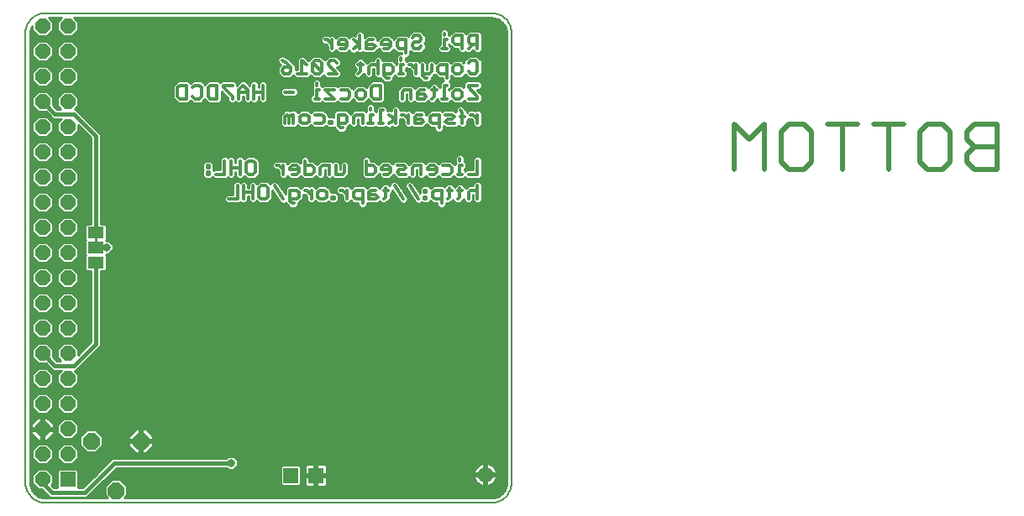
<source format=gbl>
G75*
G70*
%OFA0B0*%
%FSLAX24Y24*%
%IPPOS*%
%LPD*%
%AMOC8*
5,1,8,0,0,1.08239X$1,22.5*
%
%ADD10C,0.0200*%
%ADD11C,0.0130*%
%ADD12C,0.0079*%
%ADD13OC8,0.0660*%
%ADD14R,0.0594X0.0594*%
%ADD15OC8,0.0600*%
%ADD16R,0.0600X0.0600*%
%ADD17C,0.0100*%
%ADD18R,0.0630X0.0460*%
%ADD19C,0.0620*%
%ADD20C,0.0320*%
%ADD21C,0.0180*%
%ADD22C,0.0160*%
D10*
X028291Y013428D02*
X028291Y015230D01*
X028892Y014629D01*
X029492Y015230D01*
X029492Y013428D01*
X030133Y013729D02*
X030133Y014930D01*
X030433Y015230D01*
X031033Y015230D01*
X031334Y014930D01*
X031334Y013729D01*
X031033Y013428D01*
X030433Y013428D01*
X030133Y013729D01*
X032575Y013428D02*
X032575Y015230D01*
X033175Y015230D02*
X031974Y015230D01*
X033816Y015230D02*
X035017Y015230D01*
X034416Y015230D02*
X034416Y013428D01*
X035657Y013729D02*
X035958Y013428D01*
X036558Y013428D01*
X036858Y013729D01*
X036858Y014930D01*
X036558Y015230D01*
X035958Y015230D01*
X035657Y014930D01*
X035657Y013729D01*
X037499Y013729D02*
X037799Y013428D01*
X038700Y013428D01*
X038700Y015230D01*
X037799Y015230D01*
X037499Y014930D01*
X037499Y014629D01*
X037799Y014329D01*
X038700Y014329D01*
X037799Y014329D02*
X037499Y014029D01*
X037499Y013729D01*
D11*
X018085Y013784D02*
X018085Y013253D01*
X017731Y013253D01*
X017477Y013253D02*
X017300Y013253D01*
X017389Y013253D02*
X017389Y013607D01*
X017477Y013607D01*
X017389Y013784D02*
X017389Y013872D01*
X017072Y013519D02*
X016984Y013607D01*
X016719Y013607D01*
X016464Y013519D02*
X016464Y013342D01*
X016376Y013253D01*
X016199Y013253D01*
X016111Y013430D02*
X016464Y013430D01*
X016464Y013519D02*
X016376Y013607D01*
X016199Y013607D01*
X016111Y013519D01*
X016111Y013430D01*
X015857Y013253D02*
X015857Y013607D01*
X015591Y013607D01*
X015503Y013519D01*
X015503Y013253D01*
X015249Y013253D02*
X014984Y013253D01*
X014895Y013342D01*
X014984Y013430D01*
X015161Y013430D01*
X015249Y013519D01*
X015161Y013607D01*
X014895Y013607D01*
X014641Y013519D02*
X014553Y013607D01*
X014376Y013607D01*
X014288Y013519D01*
X014288Y013430D01*
X014641Y013430D01*
X014641Y013342D02*
X014641Y013519D01*
X014641Y013342D02*
X014553Y013253D01*
X014376Y013253D01*
X014034Y013342D02*
X014034Y013519D01*
X013945Y013607D01*
X013680Y013607D01*
X013680Y013784D02*
X013680Y013253D01*
X013945Y013253D01*
X014034Y013342D01*
X014452Y012705D02*
X014452Y012352D01*
X014363Y012263D01*
X014135Y012352D02*
X014046Y012440D01*
X013781Y012440D01*
X013781Y012529D02*
X013781Y012263D01*
X014046Y012263D01*
X014135Y012352D01*
X014046Y012617D02*
X013870Y012617D01*
X013781Y012529D01*
X013527Y012617D02*
X013262Y012617D01*
X013173Y012529D01*
X013173Y012352D01*
X013262Y012263D01*
X013527Y012263D01*
X013527Y012087D02*
X013527Y012617D01*
X012919Y012617D02*
X012919Y012263D01*
X012919Y012440D02*
X012743Y012617D01*
X012654Y012617D01*
X012413Y012352D02*
X012325Y012352D01*
X012325Y012263D01*
X012413Y012263D01*
X012413Y012352D01*
X012109Y012352D02*
X012109Y012529D01*
X012021Y012617D01*
X011844Y012617D01*
X011755Y012529D01*
X011755Y012352D01*
X011844Y012263D01*
X012021Y012263D01*
X012109Y012352D01*
X011501Y012440D02*
X011325Y012617D01*
X011236Y012617D01*
X010995Y012529D02*
X010995Y012352D01*
X010907Y012263D01*
X010641Y012263D01*
X010641Y012175D02*
X010641Y012617D01*
X010907Y012617D01*
X010995Y012529D01*
X010387Y012263D02*
X010034Y012794D01*
X009780Y012705D02*
X009780Y012352D01*
X009691Y012263D01*
X009514Y012263D01*
X009426Y012352D01*
X009426Y012705D01*
X009514Y012794D01*
X009691Y012794D01*
X009780Y012705D01*
X009172Y012794D02*
X009172Y012263D01*
X009172Y012529D02*
X008818Y012529D01*
X008818Y012794D02*
X008818Y012263D01*
X008564Y012263D02*
X008210Y012263D01*
X008564Y012263D02*
X008564Y012794D01*
X008665Y013253D02*
X008665Y013784D01*
X008665Y013519D02*
X008312Y013519D01*
X008312Y013784D02*
X008312Y013253D01*
X008058Y013253D02*
X007704Y013253D01*
X007450Y013253D02*
X007450Y013342D01*
X007362Y013342D01*
X007362Y013253D01*
X007450Y013253D01*
X007450Y013519D02*
X007450Y013607D01*
X007362Y013607D01*
X007362Y013519D01*
X007450Y013519D01*
X008058Y013784D02*
X008058Y013253D01*
X008919Y013342D02*
X009008Y013253D01*
X009185Y013253D01*
X009273Y013342D01*
X009273Y013695D01*
X009185Y013784D01*
X009008Y013784D01*
X008919Y013695D01*
X008919Y013342D01*
X010122Y013607D02*
X010210Y013607D01*
X010387Y013430D01*
X010387Y013253D02*
X010387Y013607D01*
X010641Y013519D02*
X010641Y013430D01*
X010995Y013430D01*
X010995Y013342D02*
X010995Y013519D01*
X010907Y013607D01*
X010730Y013607D01*
X010641Y013519D01*
X010907Y013253D02*
X010995Y013342D01*
X010907Y013253D02*
X010730Y013253D01*
X011249Y013253D02*
X011514Y013253D01*
X011603Y013342D01*
X011603Y013519D01*
X011514Y013607D01*
X011249Y013607D01*
X011249Y013784D02*
X011249Y013253D01*
X011857Y013253D02*
X011857Y013519D01*
X011945Y013607D01*
X012210Y013607D01*
X012210Y013253D01*
X012464Y013253D02*
X012464Y013607D01*
X012818Y013607D02*
X012818Y013342D01*
X012730Y013253D01*
X012464Y013253D01*
X011501Y012617D02*
X011501Y012263D01*
X010818Y012087D02*
X010730Y012087D01*
X010641Y012175D01*
X014363Y012617D02*
X014540Y012617D01*
X014794Y012794D02*
X015148Y012263D01*
X015402Y012794D02*
X015755Y012263D01*
X015971Y012263D02*
X016059Y012263D01*
X016059Y012352D01*
X015971Y012352D01*
X015971Y012263D01*
X015971Y012529D02*
X016059Y012529D01*
X016059Y012617D01*
X015971Y012617D01*
X015971Y012529D01*
X016313Y012529D02*
X016313Y012352D01*
X016402Y012263D01*
X016667Y012263D01*
X016667Y012087D02*
X016667Y012617D01*
X016402Y012617D01*
X016313Y012529D01*
X016895Y012617D02*
X017072Y012617D01*
X016984Y012705D02*
X016984Y012352D01*
X016895Y012263D01*
X017300Y012263D02*
X017389Y012352D01*
X017389Y012705D01*
X017477Y012617D02*
X017300Y012617D01*
X017731Y012529D02*
X017731Y012263D01*
X017731Y012529D02*
X017820Y012617D01*
X017997Y012617D01*
X018085Y012529D01*
X018085Y012794D02*
X018085Y012263D01*
X017072Y013342D02*
X016984Y013253D01*
X016719Y013253D01*
X017072Y013342D02*
X017072Y013519D01*
X016566Y015087D02*
X016566Y015617D01*
X016300Y015617D01*
X016212Y015529D01*
X016212Y015352D01*
X016300Y015263D01*
X016566Y015263D01*
X016820Y015352D02*
X016908Y015440D01*
X017085Y015440D01*
X017173Y015529D01*
X017085Y015617D01*
X016820Y015617D01*
X016820Y015352D02*
X016908Y015263D01*
X017173Y015263D01*
X017490Y015263D02*
X017490Y015705D01*
X017402Y015794D01*
X017402Y015529D02*
X017579Y015529D01*
X017820Y015617D02*
X017908Y015617D01*
X018085Y015440D01*
X018085Y015263D02*
X018085Y015617D01*
X018085Y016253D02*
X017731Y016253D01*
X017477Y016342D02*
X017389Y016253D01*
X017212Y016253D01*
X017124Y016342D01*
X017124Y016519D01*
X017212Y016607D01*
X017389Y016607D01*
X017477Y016519D01*
X017477Y016342D01*
X017731Y016695D02*
X018085Y016342D01*
X018085Y016253D01*
X018085Y016784D02*
X017731Y016784D01*
X017731Y016695D01*
X017820Y017243D02*
X017731Y017332D01*
X017820Y017243D02*
X017997Y017243D01*
X018085Y017332D01*
X018085Y017685D01*
X017997Y017774D01*
X017820Y017774D01*
X017731Y017685D01*
X017477Y017509D02*
X017389Y017597D01*
X017212Y017597D01*
X017124Y017509D01*
X017124Y017332D01*
X017212Y017243D01*
X017389Y017243D01*
X017477Y017332D01*
X017477Y017509D01*
X016870Y017597D02*
X016604Y017597D01*
X016516Y017509D01*
X016516Y017332D01*
X016604Y017243D01*
X016870Y017243D01*
X016870Y017067D02*
X016870Y017597D01*
X016262Y017597D02*
X016262Y017332D01*
X016173Y017243D01*
X015908Y017243D01*
X015908Y017155D02*
X015997Y017067D01*
X016085Y017067D01*
X015908Y017155D02*
X015908Y017597D01*
X015654Y017597D02*
X015654Y017243D01*
X015654Y017420D02*
X015477Y017597D01*
X015389Y017597D01*
X015148Y017597D02*
X015059Y017597D01*
X015059Y017243D01*
X014971Y017243D02*
X015148Y017243D01*
X014743Y017332D02*
X014654Y017243D01*
X014389Y017243D01*
X014389Y017155D02*
X014389Y017597D01*
X014654Y017597D01*
X014743Y017509D01*
X014743Y017332D01*
X014477Y017067D02*
X014389Y017155D01*
X014477Y017067D02*
X014566Y017067D01*
X014236Y016784D02*
X013971Y016784D01*
X013882Y016695D01*
X013882Y016342D01*
X013971Y016253D01*
X014236Y016253D01*
X014236Y016784D01*
X013628Y016519D02*
X013628Y016342D01*
X013540Y016253D01*
X013363Y016253D01*
X013275Y016342D01*
X013275Y016519D01*
X013363Y016607D01*
X013540Y016607D01*
X013628Y016519D01*
X013021Y016519D02*
X013021Y016342D01*
X012932Y016253D01*
X012667Y016253D01*
X012413Y016253D02*
X012059Y016253D01*
X011805Y016253D02*
X011628Y016253D01*
X011717Y016253D02*
X011717Y016607D01*
X011805Y016607D01*
X011717Y016784D02*
X011717Y016872D01*
X011641Y017243D02*
X011818Y017243D01*
X011907Y017332D01*
X011553Y017685D01*
X011553Y017332D01*
X011641Y017243D01*
X011907Y017332D02*
X011907Y017685D01*
X011818Y017774D01*
X011641Y017774D01*
X011553Y017685D01*
X011299Y017597D02*
X011122Y017774D01*
X011122Y017243D01*
X011299Y017243D02*
X010945Y017243D01*
X010691Y017332D02*
X010603Y017243D01*
X010426Y017243D01*
X010337Y017332D01*
X010337Y017420D01*
X010426Y017509D01*
X010691Y017509D01*
X010691Y017332D01*
X010691Y017509D02*
X010514Y017685D01*
X010337Y017774D01*
X012161Y017685D02*
X012161Y017597D01*
X012514Y017243D01*
X012161Y017243D01*
X012161Y017685D02*
X012249Y017774D01*
X012426Y017774D01*
X012514Y017685D01*
X012654Y018233D02*
X012831Y018233D01*
X012919Y018322D01*
X012919Y018499D01*
X012831Y018587D01*
X012654Y018587D01*
X012566Y018499D01*
X012566Y018410D01*
X012919Y018410D01*
X013161Y018233D02*
X013426Y018410D01*
X013161Y018587D01*
X013426Y018764D02*
X013426Y018233D01*
X013680Y018233D02*
X013945Y018233D01*
X014034Y018322D01*
X013945Y018410D01*
X013680Y018410D01*
X013680Y018499D02*
X013680Y018233D01*
X013680Y018499D02*
X013768Y018587D01*
X013945Y018587D01*
X014288Y018499D02*
X014288Y018410D01*
X014641Y018410D01*
X014641Y018322D02*
X014641Y018499D01*
X014553Y018587D01*
X014376Y018587D01*
X014288Y018499D01*
X014553Y018233D02*
X014641Y018322D01*
X014553Y018233D02*
X014376Y018233D01*
X014895Y018322D02*
X014984Y018233D01*
X015249Y018233D01*
X015249Y018057D02*
X015249Y018587D01*
X014984Y018587D01*
X014895Y018499D01*
X014895Y018322D01*
X015503Y018322D02*
X015591Y018233D01*
X015768Y018233D01*
X015857Y018322D01*
X015768Y018499D02*
X015591Y018499D01*
X015503Y018410D01*
X015503Y018322D01*
X015768Y018499D02*
X015857Y018587D01*
X015857Y018675D01*
X015768Y018764D01*
X015591Y018764D01*
X015503Y018675D01*
X016693Y018233D02*
X016870Y018233D01*
X016781Y018233D02*
X016781Y018587D01*
X016870Y018587D01*
X016781Y018764D02*
X016781Y018852D01*
X017124Y018675D02*
X017124Y018499D01*
X017212Y018410D01*
X017477Y018410D01*
X017477Y018233D02*
X017477Y018764D01*
X017212Y018764D01*
X017124Y018675D01*
X017731Y018675D02*
X017731Y018499D01*
X017820Y018410D01*
X018085Y018410D01*
X018085Y018233D02*
X018085Y018764D01*
X017820Y018764D01*
X017731Y018675D01*
X017908Y018410D02*
X017731Y018233D01*
X015059Y017862D02*
X015059Y017774D01*
X014135Y017774D02*
X014135Y017243D01*
X013781Y017243D02*
X013781Y017509D01*
X013870Y017597D01*
X014046Y017597D01*
X014135Y017509D01*
X013527Y017597D02*
X013350Y017597D01*
X013439Y017685D02*
X013439Y017332D01*
X013350Y017243D01*
X012932Y016607D02*
X013021Y016519D01*
X012932Y016607D02*
X012667Y016607D01*
X012413Y016607D02*
X012059Y016607D01*
X012413Y016253D01*
X012566Y015617D02*
X012831Y015617D01*
X012919Y015529D01*
X012919Y015352D01*
X012831Y015263D01*
X012566Y015263D01*
X012566Y015175D02*
X012566Y015617D01*
X012312Y015352D02*
X012223Y015352D01*
X012223Y015263D01*
X012312Y015263D01*
X012312Y015352D01*
X012008Y015352D02*
X012008Y015529D01*
X011919Y015617D01*
X011654Y015617D01*
X011400Y015529D02*
X011400Y015352D01*
X011312Y015263D01*
X011135Y015263D01*
X011046Y015352D01*
X011046Y015529D01*
X011135Y015617D01*
X011312Y015617D01*
X011400Y015529D01*
X011654Y015263D02*
X011919Y015263D01*
X012008Y015352D01*
X012566Y015175D02*
X012654Y015087D01*
X012743Y015087D01*
X013173Y015263D02*
X013173Y015529D01*
X013262Y015617D01*
X013527Y015617D01*
X013527Y015263D01*
X013755Y015263D02*
X013932Y015263D01*
X013844Y015263D02*
X013844Y015617D01*
X013932Y015617D01*
X013844Y015794D02*
X013844Y015882D01*
X014249Y015794D02*
X014249Y015263D01*
X014337Y015263D02*
X014161Y015263D01*
X014579Y015263D02*
X014844Y015440D01*
X014579Y015617D01*
X014337Y015794D02*
X014249Y015794D01*
X014844Y015794D02*
X014844Y015263D01*
X015085Y015617D02*
X015173Y015617D01*
X015350Y015440D01*
X015350Y015263D02*
X015350Y015617D01*
X015604Y015529D02*
X015604Y015263D01*
X015870Y015263D01*
X015958Y015352D01*
X015870Y015440D01*
X015604Y015440D01*
X015604Y015529D02*
X015693Y015617D01*
X015870Y015617D01*
X015971Y016253D02*
X015706Y016253D01*
X015706Y016519D01*
X015794Y016607D01*
X015971Y016607D01*
X015971Y016430D02*
X015706Y016430D01*
X015971Y016430D02*
X016059Y016342D01*
X015971Y016253D01*
X016288Y016253D02*
X016376Y016342D01*
X016376Y016695D01*
X016464Y016607D02*
X016288Y016607D01*
X016781Y016784D02*
X016781Y016253D01*
X016693Y016253D02*
X016870Y016253D01*
X016870Y016784D02*
X016781Y016784D01*
X015452Y016607D02*
X015452Y016253D01*
X015098Y016253D02*
X015098Y016519D01*
X015186Y016607D01*
X015452Y016607D01*
X012312Y018233D02*
X012312Y018587D01*
X012312Y018410D02*
X012135Y018587D01*
X012046Y018587D01*
X009577Y016784D02*
X009577Y016253D01*
X009223Y016253D02*
X009223Y016784D01*
X009223Y016519D02*
X009577Y016519D01*
X008969Y016519D02*
X008616Y016519D01*
X008616Y016607D02*
X008616Y016253D01*
X008361Y016253D02*
X008361Y016342D01*
X008008Y016695D01*
X008008Y016784D01*
X008361Y016784D01*
X008616Y016607D02*
X008792Y016784D01*
X008969Y016607D01*
X008969Y016253D01*
X007754Y016253D02*
X007754Y016784D01*
X007489Y016784D01*
X007400Y016695D01*
X007400Y016342D01*
X007489Y016253D01*
X007754Y016253D01*
X007146Y016342D02*
X007058Y016253D01*
X006881Y016253D01*
X006792Y016342D01*
X006538Y016253D02*
X006273Y016253D01*
X006185Y016342D01*
X006185Y016695D01*
X006273Y016784D01*
X006538Y016784D01*
X006538Y016253D01*
X007146Y016342D02*
X007146Y016695D01*
X007058Y016784D01*
X006881Y016784D01*
X006792Y016695D01*
X010439Y016519D02*
X010792Y016519D01*
X010792Y015617D02*
X010704Y015617D01*
X010616Y015529D01*
X010527Y015617D01*
X010439Y015529D01*
X010439Y015263D01*
X010616Y015263D02*
X010616Y015529D01*
X010792Y015617D02*
X010792Y015263D01*
D12*
X018654Y019647D02*
X018708Y019645D01*
X018761Y019640D01*
X018814Y019631D01*
X018866Y019618D01*
X018918Y019602D01*
X018968Y019582D01*
X019016Y019559D01*
X019063Y019532D01*
X019108Y019503D01*
X019151Y019470D01*
X019191Y019435D01*
X019229Y019397D01*
X019264Y019357D01*
X019297Y019314D01*
X019326Y019269D01*
X019353Y019222D01*
X019376Y019174D01*
X019396Y019124D01*
X019412Y019072D01*
X019425Y019020D01*
X019434Y018967D01*
X019439Y018914D01*
X019441Y018860D01*
X019441Y000986D01*
X019439Y000932D01*
X019434Y000879D01*
X019425Y000826D01*
X019412Y000774D01*
X019396Y000722D01*
X019376Y000672D01*
X019353Y000624D01*
X019326Y000577D01*
X019297Y000532D01*
X019264Y000489D01*
X019229Y000449D01*
X019191Y000411D01*
X019151Y000376D01*
X019108Y000343D01*
X019063Y000314D01*
X019016Y000287D01*
X018968Y000264D01*
X018918Y000244D01*
X018866Y000228D01*
X018814Y000215D01*
X018761Y000206D01*
X018708Y000201D01*
X018654Y000199D01*
X018654Y000198D02*
X000937Y000198D01*
X000937Y000199D02*
X000883Y000201D01*
X000830Y000206D01*
X000777Y000215D01*
X000725Y000228D01*
X000673Y000244D01*
X000623Y000264D01*
X000575Y000287D01*
X000528Y000314D01*
X000483Y000343D01*
X000440Y000376D01*
X000400Y000411D01*
X000362Y000449D01*
X000327Y000489D01*
X000294Y000532D01*
X000265Y000577D01*
X000238Y000624D01*
X000215Y000672D01*
X000195Y000722D01*
X000179Y000774D01*
X000166Y000826D01*
X000157Y000879D01*
X000152Y000932D01*
X000150Y000986D01*
X000150Y018860D01*
X000152Y018914D01*
X000157Y018967D01*
X000166Y019020D01*
X000179Y019072D01*
X000195Y019124D01*
X000215Y019174D01*
X000238Y019222D01*
X000265Y019269D01*
X000294Y019314D01*
X000327Y019357D01*
X000362Y019397D01*
X000400Y019435D01*
X000440Y019470D01*
X000483Y019503D01*
X000528Y019532D01*
X000575Y019559D01*
X000623Y019582D01*
X000673Y019602D01*
X000725Y019618D01*
X000777Y019631D01*
X000830Y019640D01*
X000883Y019645D01*
X000937Y019647D01*
X018654Y019647D01*
D13*
X004728Y002651D03*
X002760Y002651D03*
X003744Y000683D03*
D14*
X010674Y001285D03*
X011674Y001285D03*
D15*
X001829Y002134D03*
X000829Y002134D03*
X000829Y001134D03*
X000829Y003134D03*
X001829Y003134D03*
X001829Y004134D03*
X000829Y004134D03*
X000829Y005134D03*
X001829Y005134D03*
X001829Y006134D03*
X000829Y006134D03*
X000829Y007134D03*
X001829Y007134D03*
X001829Y008134D03*
X000829Y008134D03*
X000829Y009134D03*
X001829Y009134D03*
X001829Y010134D03*
X000829Y010134D03*
X000829Y011134D03*
X001829Y011134D03*
X001829Y012134D03*
X000829Y012134D03*
X000829Y013134D03*
X001829Y013134D03*
X001829Y014134D03*
X000829Y014134D03*
X000829Y015134D03*
X001829Y015134D03*
X001829Y016134D03*
X000829Y016134D03*
X000829Y017134D03*
X001829Y017134D03*
X001829Y018134D03*
X000829Y018134D03*
X000829Y019134D03*
X001829Y019134D03*
D16*
X001829Y001134D03*
D17*
X000515Y000563D02*
X000405Y000714D01*
X000347Y000892D01*
X000339Y000986D01*
X000339Y018860D01*
X000347Y018953D01*
X000405Y019131D01*
X000419Y019152D01*
X000419Y018965D01*
X000660Y018724D01*
X000999Y018724D01*
X001239Y018965D01*
X001239Y019304D01*
X001086Y019458D01*
X001573Y019458D01*
X001419Y019304D01*
X001419Y018965D01*
X001660Y018724D01*
X001999Y018724D01*
X002239Y018965D01*
X002239Y019304D01*
X002086Y019458D01*
X018654Y019458D01*
X018747Y019451D01*
X018925Y019393D01*
X019077Y019283D01*
X019187Y019131D01*
X019245Y018953D01*
X019252Y018860D01*
X019252Y000986D01*
X019245Y000892D01*
X019187Y000714D01*
X019077Y000563D01*
X018925Y000453D01*
X018747Y000395D01*
X018654Y000388D01*
X004072Y000388D01*
X004184Y000500D01*
X004184Y000865D01*
X003926Y001123D01*
X003562Y001123D01*
X003304Y000865D01*
X003304Y000500D01*
X003417Y000388D01*
X000937Y000388D01*
X000844Y000395D01*
X000666Y000453D01*
X000515Y000563D01*
X000493Y000592D02*
X000923Y000592D01*
X001022Y000494D02*
X000610Y000494D01*
X000660Y000724D02*
X000791Y000724D01*
X001117Y000398D01*
X002583Y000398D01*
X003183Y000998D01*
X003768Y001583D01*
X008130Y001583D01*
X008159Y001555D01*
X008258Y001513D01*
X008366Y001513D01*
X008465Y001555D01*
X008541Y001631D01*
X008582Y001730D01*
X008582Y001837D01*
X008541Y001936D01*
X008465Y002012D01*
X008366Y002053D01*
X008258Y002053D01*
X008159Y002012D01*
X008130Y001983D01*
X003602Y001983D01*
X003485Y001866D01*
X002900Y001281D01*
X002417Y000798D01*
X002239Y000798D01*
X002239Y001480D01*
X002175Y001544D01*
X001484Y001544D01*
X001419Y001480D01*
X001419Y000798D01*
X001283Y000798D01*
X001178Y000903D01*
X001239Y000965D01*
X001239Y001304D01*
X000999Y001544D01*
X000660Y001544D01*
X000419Y001304D01*
X000419Y000965D01*
X000660Y000724D01*
X000595Y000789D02*
X000380Y000789D01*
X000348Y000888D02*
X000496Y000888D01*
X000419Y000986D02*
X000339Y000986D01*
X000339Y001085D02*
X000419Y001085D01*
X000419Y001183D02*
X000339Y001183D01*
X000339Y001282D02*
X000419Y001282D01*
X000496Y001380D02*
X000339Y001380D01*
X000339Y001479D02*
X000594Y001479D01*
X000660Y001724D02*
X000999Y001724D01*
X001239Y001965D01*
X001239Y002304D01*
X000999Y002544D01*
X000660Y002544D01*
X000419Y002304D01*
X000419Y001965D01*
X000660Y001724D01*
X000610Y001774D02*
X000339Y001774D01*
X000339Y001676D02*
X003295Y001676D01*
X003393Y001774D02*
X002049Y001774D01*
X001999Y001724D02*
X002239Y001965D01*
X002239Y002304D01*
X001999Y002544D01*
X001660Y002544D01*
X001419Y002304D01*
X001419Y001965D01*
X001660Y001724D01*
X001999Y001724D01*
X002148Y001873D02*
X003492Y001873D01*
X003590Y001971D02*
X002239Y001971D01*
X002239Y002070D02*
X019252Y002070D01*
X019252Y002168D02*
X002239Y002168D01*
X002239Y002267D02*
X002522Y002267D01*
X002578Y002211D02*
X002942Y002211D01*
X003200Y002469D01*
X003200Y002833D01*
X002942Y003091D01*
X002578Y003091D01*
X002320Y002833D01*
X002320Y002469D01*
X002578Y002211D01*
X002424Y002365D02*
X002178Y002365D01*
X002080Y002464D02*
X002325Y002464D01*
X002320Y002562D02*
X000339Y002562D01*
X000339Y002464D02*
X000579Y002464D01*
X000481Y002365D02*
X000339Y002365D01*
X000339Y002267D02*
X000419Y002267D01*
X000419Y002168D02*
X000339Y002168D01*
X000339Y002070D02*
X000419Y002070D01*
X000419Y001971D02*
X000339Y001971D01*
X000339Y001873D02*
X000511Y001873D01*
X001049Y001774D02*
X001610Y001774D01*
X001511Y001873D02*
X001148Y001873D01*
X001239Y001971D02*
X001419Y001971D01*
X001419Y002070D02*
X001239Y002070D01*
X001239Y002168D02*
X001419Y002168D01*
X001419Y002267D02*
X001239Y002267D01*
X001178Y002365D02*
X001481Y002365D01*
X001579Y002464D02*
X001080Y002464D01*
X001016Y002684D02*
X001279Y002948D01*
X001279Y003084D01*
X000879Y003084D01*
X000879Y002684D01*
X001016Y002684D01*
X001091Y002759D02*
X001625Y002759D01*
X001660Y002724D02*
X001999Y002724D01*
X002239Y002965D01*
X002239Y003304D01*
X001999Y003544D01*
X001660Y003544D01*
X001419Y003304D01*
X001419Y002965D01*
X001660Y002724D01*
X001526Y002858D02*
X001189Y002858D01*
X001279Y002956D02*
X001428Y002956D01*
X001419Y003055D02*
X001279Y003055D01*
X001279Y003184D02*
X001279Y003321D01*
X001016Y003584D01*
X000879Y003584D01*
X000879Y003185D01*
X000779Y003185D01*
X000779Y003584D01*
X000643Y003584D01*
X000379Y003321D01*
X000379Y003184D01*
X000779Y003184D01*
X000779Y003084D01*
X000379Y003084D01*
X000379Y002948D01*
X000643Y002684D01*
X000779Y002684D01*
X000779Y003084D01*
X000879Y003084D01*
X000879Y003184D01*
X001279Y003184D01*
X001279Y003252D02*
X001419Y003252D01*
X001419Y003153D02*
X000879Y003153D01*
X000879Y003055D02*
X000779Y003055D01*
X000779Y003153D02*
X000339Y003153D01*
X000339Y003055D02*
X000379Y003055D01*
X000379Y002956D02*
X000339Y002956D01*
X000339Y002858D02*
X000470Y002858D01*
X000568Y002759D02*
X000339Y002759D01*
X000339Y002661D02*
X002320Y002661D01*
X002320Y002759D02*
X002034Y002759D01*
X002133Y002858D02*
X002344Y002858D01*
X002443Y002956D02*
X002231Y002956D01*
X002239Y003055D02*
X002541Y003055D01*
X002239Y003153D02*
X019252Y003153D01*
X019252Y003055D02*
X005004Y003055D01*
X004927Y003131D02*
X004777Y003131D01*
X004777Y002700D01*
X004680Y002700D01*
X004680Y003131D01*
X004530Y003131D01*
X004248Y002850D01*
X004248Y002700D01*
X004680Y002700D01*
X004680Y002603D01*
X004248Y002603D01*
X004248Y002452D01*
X004530Y002171D01*
X004680Y002171D01*
X004680Y002603D01*
X004777Y002603D01*
X004777Y002700D01*
X005208Y002700D01*
X005208Y002850D01*
X004927Y003131D01*
X004777Y003055D02*
X004680Y003055D01*
X004680Y002956D02*
X004777Y002956D01*
X004777Y002858D02*
X004680Y002858D01*
X004680Y002759D02*
X004777Y002759D01*
X004777Y002661D02*
X019252Y002661D01*
X019252Y002759D02*
X005208Y002759D01*
X005201Y002858D02*
X019252Y002858D01*
X019252Y002956D02*
X005102Y002956D01*
X004680Y002661D02*
X003200Y002661D01*
X003200Y002759D02*
X004248Y002759D01*
X004256Y002858D02*
X003176Y002858D01*
X003077Y002956D02*
X004355Y002956D01*
X004453Y003055D02*
X002979Y003055D01*
X002239Y003252D02*
X019252Y003252D01*
X019252Y003350D02*
X002193Y003350D01*
X002095Y003449D02*
X019252Y003449D01*
X019252Y003547D02*
X001053Y003547D01*
X001151Y003449D02*
X001564Y003449D01*
X001466Y003350D02*
X001250Y003350D01*
X000879Y003350D02*
X000779Y003350D01*
X000779Y003252D02*
X000879Y003252D01*
X000879Y003449D02*
X000779Y003449D01*
X000779Y003547D02*
X000879Y003547D01*
X000999Y003724D02*
X000660Y003724D01*
X000419Y003965D01*
X000419Y004304D01*
X000660Y004544D01*
X000999Y004544D01*
X001239Y004304D01*
X001239Y003965D01*
X000999Y003724D01*
X001019Y003744D02*
X001640Y003744D01*
X001660Y003724D02*
X001999Y003724D01*
X002239Y003965D01*
X002239Y004304D01*
X001999Y004544D01*
X001660Y004544D01*
X001419Y004304D01*
X001419Y003965D01*
X001660Y003724D01*
X001541Y003843D02*
X001118Y003843D01*
X001216Y003941D02*
X001443Y003941D01*
X001419Y004040D02*
X001239Y004040D01*
X001239Y004138D02*
X001419Y004138D01*
X001419Y004237D02*
X001239Y004237D01*
X001208Y004335D02*
X001451Y004335D01*
X001549Y004434D02*
X001110Y004434D01*
X001011Y004532D02*
X001648Y004532D01*
X001660Y004724D02*
X001999Y004724D01*
X002239Y004965D01*
X002239Y005304D01*
X002095Y005448D01*
X002155Y005448D01*
X002266Y005560D01*
X003136Y006430D01*
X003136Y009402D01*
X003307Y009402D01*
X003371Y009467D01*
X003371Y010018D01*
X003347Y010042D01*
X003371Y010067D01*
X003371Y010080D01*
X003417Y010080D01*
X003516Y010122D01*
X003592Y010197D01*
X003633Y010297D01*
X003633Y010404D01*
X003592Y010503D01*
X003516Y010579D01*
X003417Y010620D01*
X003369Y010620D01*
X003347Y010642D01*
X003371Y010667D01*
X003371Y011218D01*
X003307Y011282D01*
X003136Y011282D01*
X003136Y014847D01*
X003025Y014958D01*
X002155Y015828D01*
X002103Y015828D01*
X002239Y015965D01*
X002239Y016304D01*
X001999Y016544D01*
X001660Y016544D01*
X001419Y016304D01*
X001419Y015965D01*
X001556Y015828D01*
X001404Y015828D01*
X001239Y015993D01*
X001239Y016304D01*
X000999Y016544D01*
X000660Y016544D01*
X000419Y016304D01*
X000419Y015965D01*
X000660Y015724D01*
X000971Y015724D01*
X001136Y015560D01*
X001247Y015448D01*
X001564Y015448D01*
X001419Y015304D01*
X001419Y014965D01*
X001660Y014724D01*
X001999Y014724D01*
X002239Y014965D01*
X002239Y015207D01*
X002756Y014690D01*
X002756Y011282D01*
X002586Y011282D01*
X002521Y011218D01*
X002521Y010667D01*
X002546Y010642D01*
X002521Y010618D01*
X002521Y010067D01*
X002546Y010042D01*
X002521Y010018D01*
X002521Y009467D01*
X002586Y009402D01*
X002756Y009402D01*
X002756Y006587D01*
X002239Y006070D01*
X002239Y006304D01*
X001999Y006544D01*
X001660Y006544D01*
X001419Y006304D01*
X001419Y005965D01*
X001556Y005828D01*
X001404Y005828D01*
X001239Y005993D01*
X001239Y006304D01*
X000999Y006544D01*
X000660Y006544D01*
X000419Y006304D01*
X000419Y005965D01*
X000660Y005724D01*
X000971Y005724D01*
X001247Y005448D01*
X001564Y005448D01*
X001419Y005304D01*
X001419Y004965D01*
X001660Y004724D01*
X001655Y004729D02*
X001004Y004729D01*
X000999Y004724D02*
X001239Y004965D01*
X001239Y005304D01*
X000999Y005544D01*
X000660Y005544D01*
X000419Y005304D01*
X000419Y004965D01*
X000660Y004724D01*
X000999Y004724D01*
X001103Y004828D02*
X001556Y004828D01*
X001458Y004926D02*
X001201Y004926D01*
X001239Y005025D02*
X001419Y005025D01*
X001419Y005123D02*
X001239Y005123D01*
X001239Y005222D02*
X001419Y005222D01*
X001436Y005320D02*
X001223Y005320D01*
X001125Y005419D02*
X001534Y005419D01*
X001178Y005517D02*
X001026Y005517D01*
X001079Y005616D02*
X000339Y005616D01*
X000339Y005714D02*
X000981Y005714D01*
X001239Y006010D02*
X001419Y006010D01*
X001419Y006108D02*
X001239Y006108D01*
X001239Y006207D02*
X001419Y006207D01*
X001421Y006305D02*
X001238Y006305D01*
X001140Y006404D02*
X001519Y006404D01*
X001618Y006502D02*
X001041Y006502D01*
X000999Y006724D02*
X000660Y006724D01*
X000419Y006965D01*
X000419Y007304D01*
X000660Y007544D01*
X000999Y007544D01*
X001239Y007304D01*
X001239Y006965D01*
X000999Y006724D01*
X001073Y006798D02*
X001586Y006798D01*
X001660Y006724D02*
X001999Y006724D01*
X002239Y006965D01*
X002239Y007304D01*
X001999Y007544D01*
X001660Y007544D01*
X001419Y007304D01*
X001419Y006965D01*
X001660Y006724D01*
X001488Y006896D02*
X001171Y006896D01*
X001239Y006995D02*
X001419Y006995D01*
X001419Y007093D02*
X001239Y007093D01*
X001239Y007192D02*
X001419Y007192D01*
X001419Y007290D02*
X001239Y007290D01*
X001155Y007389D02*
X001504Y007389D01*
X001603Y007487D02*
X001056Y007487D01*
X000999Y007724D02*
X000660Y007724D01*
X000419Y007965D01*
X000419Y008304D01*
X000660Y008544D01*
X000999Y008544D01*
X001239Y008304D01*
X001239Y007965D01*
X000999Y007724D01*
X001058Y007783D02*
X001601Y007783D01*
X001660Y007724D02*
X001999Y007724D01*
X002239Y007965D01*
X002239Y008304D01*
X001999Y008544D01*
X001660Y008544D01*
X001419Y008304D01*
X001419Y007965D01*
X001660Y007724D01*
X001503Y007881D02*
X001156Y007881D01*
X001239Y007980D02*
X001419Y007980D01*
X001419Y008078D02*
X001239Y008078D01*
X001239Y008177D02*
X001419Y008177D01*
X001419Y008275D02*
X001239Y008275D01*
X001170Y008374D02*
X001489Y008374D01*
X001588Y008472D02*
X001071Y008472D01*
X000999Y008724D02*
X000660Y008724D01*
X000419Y008965D01*
X000339Y008965D01*
X000419Y008965D02*
X000419Y009304D01*
X000660Y009544D01*
X000999Y009544D01*
X001239Y009304D01*
X001239Y008965D01*
X001419Y008965D01*
X001660Y008724D01*
X001999Y008724D01*
X002239Y008965D01*
X002756Y008965D01*
X002756Y009063D02*
X002239Y009063D01*
X002239Y008965D02*
X002239Y009304D01*
X001999Y009544D01*
X001660Y009544D01*
X001419Y009304D01*
X001419Y008965D01*
X001419Y009063D02*
X001239Y009063D01*
X001239Y008965D02*
X000999Y008724D01*
X001043Y008768D02*
X001616Y008768D01*
X001518Y008866D02*
X001141Y008866D01*
X001239Y009162D02*
X001419Y009162D01*
X001419Y009260D02*
X001239Y009260D01*
X001185Y009359D02*
X001474Y009359D01*
X001573Y009457D02*
X001086Y009457D01*
X000999Y009724D02*
X000660Y009724D01*
X000419Y009965D01*
X000419Y010304D01*
X000660Y010544D01*
X000999Y010544D01*
X001239Y010304D01*
X001239Y009965D01*
X000999Y009724D01*
X001028Y009753D02*
X001631Y009753D01*
X001660Y009724D02*
X001999Y009724D01*
X002239Y009965D01*
X002239Y010304D01*
X001999Y010544D01*
X001660Y010544D01*
X001419Y010304D01*
X001419Y009965D01*
X001660Y009724D01*
X001533Y009851D02*
X001126Y009851D01*
X001225Y009950D02*
X001434Y009950D01*
X001419Y010048D02*
X001239Y010048D01*
X001239Y010147D02*
X001419Y010147D01*
X001419Y010245D02*
X001239Y010245D01*
X001200Y010344D02*
X001459Y010344D01*
X001558Y010442D02*
X001101Y010442D01*
X001003Y010541D02*
X001656Y010541D01*
X001660Y010724D02*
X001999Y010724D01*
X002239Y010965D01*
X002239Y011304D01*
X001999Y011544D01*
X001660Y011544D01*
X001419Y011304D01*
X001419Y010965D01*
X001660Y010724D01*
X001646Y010738D02*
X001013Y010738D01*
X000999Y010724D02*
X001239Y010965D01*
X001239Y011304D01*
X000999Y011544D01*
X000660Y011544D01*
X000419Y011304D01*
X000419Y010965D01*
X000660Y010724D01*
X000999Y010724D01*
X001111Y010836D02*
X001548Y010836D01*
X001449Y010935D02*
X001210Y010935D01*
X001239Y011033D02*
X001419Y011033D01*
X001419Y011132D02*
X001239Y011132D01*
X001239Y011230D02*
X001419Y011230D01*
X001444Y011329D02*
X001215Y011329D01*
X001116Y011427D02*
X001543Y011427D01*
X001641Y011526D02*
X001018Y011526D01*
X000999Y011724D02*
X000660Y011724D01*
X000419Y011965D01*
X000419Y012304D01*
X000660Y012544D01*
X000999Y012544D01*
X001239Y012304D01*
X001239Y011965D01*
X000999Y011724D01*
X001096Y011821D02*
X001563Y011821D01*
X001660Y011724D02*
X001419Y011965D01*
X001419Y012304D01*
X001660Y012544D01*
X001999Y012544D01*
X002239Y012304D01*
X002239Y011965D01*
X001999Y011724D01*
X001660Y011724D01*
X001464Y011920D02*
X001195Y011920D01*
X001239Y012018D02*
X001419Y012018D01*
X001419Y012117D02*
X001239Y012117D01*
X001239Y012215D02*
X001419Y012215D01*
X001429Y012314D02*
X001230Y012314D01*
X001131Y012412D02*
X001528Y012412D01*
X001626Y012511D02*
X001033Y012511D01*
X000999Y012724D02*
X000660Y012724D01*
X000419Y012965D01*
X000419Y013304D01*
X000660Y013544D01*
X000999Y013544D01*
X001239Y013304D01*
X001239Y012965D01*
X000999Y012724D01*
X001081Y012806D02*
X001578Y012806D01*
X001660Y012724D02*
X001419Y012965D01*
X001419Y013304D01*
X001660Y013544D01*
X001999Y013544D01*
X002239Y013304D01*
X002239Y012965D01*
X001999Y012724D01*
X001660Y012724D01*
X001479Y012905D02*
X001180Y012905D01*
X001239Y013003D02*
X001419Y013003D01*
X001419Y013102D02*
X001239Y013102D01*
X001239Y013200D02*
X001419Y013200D01*
X001419Y013299D02*
X001239Y013299D01*
X001146Y013397D02*
X001513Y013397D01*
X001611Y013496D02*
X001048Y013496D01*
X000999Y013724D02*
X000660Y013724D01*
X000419Y013965D01*
X000419Y014304D01*
X000660Y014544D01*
X000999Y014544D01*
X001239Y014304D01*
X001239Y013965D01*
X000999Y013724D01*
X001066Y013791D02*
X001593Y013791D01*
X001660Y013724D02*
X001999Y013724D01*
X002239Y013965D01*
X002239Y014304D01*
X001999Y014544D01*
X001660Y014544D01*
X001419Y014304D01*
X001419Y013965D01*
X001660Y013724D01*
X001494Y013890D02*
X001165Y013890D01*
X001239Y013988D02*
X001419Y013988D01*
X001419Y014087D02*
X001239Y014087D01*
X001239Y014185D02*
X001419Y014185D01*
X001419Y014284D02*
X001239Y014284D01*
X001161Y014382D02*
X001498Y014382D01*
X001596Y014481D02*
X001063Y014481D01*
X000999Y014724D02*
X000660Y014724D01*
X000419Y014965D01*
X000419Y015304D01*
X000660Y015544D01*
X000999Y015544D01*
X001239Y015304D01*
X001239Y014965D01*
X000999Y014724D01*
X001051Y014776D02*
X001608Y014776D01*
X001509Y014875D02*
X001150Y014875D01*
X001239Y014973D02*
X001419Y014973D01*
X001419Y015072D02*
X001239Y015072D01*
X001239Y015170D02*
X001419Y015170D01*
X001419Y015269D02*
X001239Y015269D01*
X001176Y015367D02*
X001483Y015367D01*
X001229Y015466D02*
X001078Y015466D01*
X001131Y015564D02*
X000339Y015564D01*
X000339Y015466D02*
X000581Y015466D01*
X000483Y015367D02*
X000339Y015367D01*
X000339Y015269D02*
X000419Y015269D01*
X000419Y015170D02*
X000339Y015170D01*
X000339Y015072D02*
X000419Y015072D01*
X000419Y014973D02*
X000339Y014973D01*
X000339Y014875D02*
X000509Y014875D01*
X000608Y014776D02*
X000339Y014776D01*
X000339Y014678D02*
X002756Y014678D01*
X002756Y014579D02*
X000339Y014579D01*
X000339Y014481D02*
X000596Y014481D01*
X000498Y014382D02*
X000339Y014382D01*
X000339Y014284D02*
X000419Y014284D01*
X000419Y014185D02*
X000339Y014185D01*
X000339Y014087D02*
X000419Y014087D01*
X000419Y013988D02*
X000339Y013988D01*
X000339Y013890D02*
X000494Y013890D01*
X000593Y013791D02*
X000339Y013791D01*
X000339Y013693D02*
X002756Y013693D01*
X002756Y013791D02*
X002066Y013791D01*
X002165Y013890D02*
X002756Y013890D01*
X002756Y013988D02*
X002239Y013988D01*
X002239Y014087D02*
X002756Y014087D01*
X002756Y014185D02*
X002239Y014185D01*
X002239Y014284D02*
X002756Y014284D01*
X002756Y014382D02*
X002161Y014382D01*
X002063Y014481D02*
X002756Y014481D01*
X002670Y014776D02*
X002051Y014776D01*
X002150Y014875D02*
X002571Y014875D01*
X002473Y014973D02*
X002239Y014973D01*
X002239Y015072D02*
X002374Y015072D01*
X002276Y015170D02*
X002239Y015170D01*
X002616Y015367D02*
X010264Y015367D01*
X010264Y015269D02*
X002714Y015269D01*
X002813Y015170D02*
X010284Y015170D01*
X010264Y015191D02*
X010366Y015088D01*
X010511Y015088D01*
X010527Y015104D01*
X010543Y015088D01*
X010688Y015088D01*
X010704Y015104D01*
X010720Y015088D01*
X010865Y015088D01*
X010964Y015187D01*
X010974Y015177D01*
X011000Y015151D01*
X011062Y015088D01*
X011384Y015088D01*
X011483Y015187D01*
X011582Y015088D01*
X011992Y015088D01*
X012071Y015168D01*
X012151Y015088D01*
X012384Y015088D01*
X012395Y015099D01*
X012493Y015000D01*
X012582Y014912D01*
X012815Y014912D01*
X012918Y015014D01*
X012918Y015103D01*
X013002Y015187D01*
X013101Y015088D01*
X013246Y015088D01*
X013348Y015191D01*
X013348Y015442D01*
X013352Y015442D01*
X013352Y015191D01*
X013455Y015088D01*
X013600Y015088D01*
X013641Y015130D01*
X013683Y015088D01*
X014005Y015088D01*
X014046Y015130D01*
X014088Y015088D01*
X014410Y015088D01*
X014455Y015133D01*
X014473Y015106D01*
X014615Y015078D01*
X014715Y015144D01*
X014771Y015088D01*
X014916Y015088D01*
X015019Y015191D01*
X015019Y015387D01*
X015030Y015403D01*
X015022Y015440D01*
X015023Y015442D01*
X015101Y015442D01*
X015175Y015368D01*
X015175Y015191D01*
X015278Y015088D01*
X015423Y015088D01*
X015477Y015143D01*
X015532Y015088D01*
X015942Y015088D01*
X016081Y015227D01*
X016085Y015231D01*
X016102Y015215D01*
X016140Y015177D01*
X016163Y015153D01*
X016228Y015088D01*
X016391Y015088D01*
X016391Y015014D01*
X016493Y014912D01*
X016638Y014912D01*
X016741Y015014D01*
X016741Y015183D01*
X016747Y015177D01*
X016747Y015177D01*
X016773Y015151D01*
X016836Y015088D01*
X017246Y015088D01*
X017332Y015174D01*
X017418Y015088D01*
X017563Y015088D01*
X017665Y015191D01*
X017665Y015368D01*
X017743Y015446D01*
X017747Y015442D01*
X017836Y015442D01*
X017910Y015368D01*
X017910Y015191D01*
X018013Y015088D01*
X018157Y015088D01*
X018260Y015191D01*
X018260Y015690D01*
X018157Y015792D01*
X018013Y015792D01*
X017997Y015776D01*
X017981Y015792D01*
X017747Y015792D01*
X017665Y015710D01*
X017665Y015778D01*
X017474Y015969D01*
X017329Y015969D01*
X017227Y015866D01*
X017227Y015723D01*
X017220Y015729D01*
X017158Y015792D01*
X016747Y015792D01*
X016693Y015738D01*
X016638Y015792D01*
X016228Y015792D01*
X016140Y015704D01*
X016045Y015609D01*
X016045Y015690D01*
X015942Y015792D01*
X015620Y015792D01*
X015532Y015704D01*
X015522Y015693D01*
X015423Y015792D01*
X015278Y015792D01*
X015262Y015776D01*
X015246Y015792D01*
X015019Y015792D01*
X015019Y015866D01*
X014916Y015969D01*
X014771Y015969D01*
X014669Y015866D01*
X014669Y015767D01*
X014615Y015803D01*
X014512Y015782D01*
X014512Y015866D01*
X014410Y015969D01*
X014177Y015969D01*
X014074Y015866D01*
X014074Y015723D01*
X014019Y015778D01*
X014019Y015955D01*
X013916Y016057D01*
X013771Y016057D01*
X002239Y016057D01*
X002239Y016155D02*
X006124Y016155D01*
X006112Y016167D02*
X006138Y016141D01*
X006201Y016078D01*
X006611Y016078D01*
X006710Y016177D01*
X006746Y016141D01*
X006808Y016078D01*
X007130Y016078D01*
X007219Y016167D01*
X007273Y016221D01*
X007288Y016207D01*
X007328Y016167D01*
X007353Y016141D01*
X007416Y016078D01*
X007826Y016078D01*
X007929Y016181D01*
X007929Y016527D01*
X008186Y016269D01*
X008186Y016181D01*
X008289Y016078D01*
X008434Y016078D01*
X008489Y016133D01*
X008543Y016078D01*
X008688Y016078D01*
X008791Y016181D01*
X008791Y016344D01*
X008794Y016344D01*
X008794Y016181D01*
X008897Y016078D01*
X009042Y016078D01*
X009096Y016133D01*
X009151Y016078D01*
X009296Y016078D01*
X009398Y016181D01*
X009398Y016344D01*
X009402Y016344D01*
X009402Y016181D01*
X009504Y016078D01*
X009649Y016078D01*
X009752Y016181D01*
X009752Y016856D01*
X009649Y016959D01*
X009504Y016959D01*
X009402Y016856D01*
X009402Y016694D01*
X009398Y016694D01*
X009398Y016856D01*
X009296Y016959D01*
X009151Y016959D01*
X009048Y016856D01*
X009048Y016775D01*
X008967Y016856D01*
X008865Y016959D01*
X008720Y016959D01*
X008536Y016775D01*
X008536Y016856D01*
X008434Y016959D01*
X007935Y016959D01*
X007881Y016904D01*
X007826Y016959D01*
X007416Y016959D01*
X007314Y016856D01*
X007273Y016816D01*
X007256Y016833D01*
X007233Y016856D01*
X007233Y016856D01*
X007195Y016894D01*
X007130Y016959D01*
X006808Y016959D01*
X006710Y016860D01*
X006611Y016959D01*
X006201Y016959D01*
X006098Y016856D01*
X006010Y016768D01*
X006010Y016269D01*
X006072Y016207D01*
X006112Y016167D01*
X006112Y016167D01*
X006025Y016254D02*
X002239Y016254D01*
X002191Y016352D02*
X006010Y016352D01*
X006010Y016451D02*
X002093Y016451D01*
X001999Y016724D02*
X001660Y016724D01*
X001419Y016965D01*
X001419Y017304D01*
X001660Y017544D01*
X001999Y017544D01*
X002239Y017304D01*
X002239Y016965D01*
X001999Y016724D01*
X002021Y016746D02*
X006010Y016746D01*
X006010Y016648D02*
X000339Y016648D01*
X000339Y016746D02*
X000638Y016746D01*
X000660Y016724D02*
X000999Y016724D01*
X001239Y016965D01*
X001239Y017304D01*
X000999Y017544D01*
X000660Y017544D01*
X000419Y017304D01*
X000419Y016965D01*
X000660Y016724D01*
X000539Y016845D02*
X000339Y016845D01*
X000339Y016943D02*
X000441Y016943D01*
X000419Y017042D02*
X000339Y017042D01*
X000339Y017140D02*
X000419Y017140D01*
X000419Y017239D02*
X000339Y017239D01*
X000339Y017337D02*
X000453Y017337D01*
X000551Y017436D02*
X000339Y017436D01*
X000339Y017534D02*
X000650Y017534D01*
X000660Y017724D02*
X000999Y017724D01*
X001239Y017965D01*
X001239Y018304D01*
X000999Y018544D01*
X000660Y018544D01*
X000419Y018304D01*
X000419Y017965D01*
X000660Y017724D01*
X000653Y017731D02*
X000339Y017731D01*
X000339Y017633D02*
X010228Y017633D01*
X010194Y017650D02*
X010278Y017608D01*
X010251Y017581D01*
X010162Y017493D01*
X010162Y017259D01*
X010225Y017197D01*
X010265Y017157D01*
X010291Y017131D01*
X010353Y017068D01*
X010675Y017068D01*
X010774Y017167D01*
X010873Y017068D01*
X011371Y017068D01*
X011470Y017167D01*
X011480Y017157D01*
X011480Y017157D01*
X011504Y017133D01*
X011569Y017068D01*
X011891Y017068D01*
X011979Y017157D01*
X011989Y017167D01*
X012088Y017068D01*
X012587Y017068D01*
X012689Y017171D01*
X012689Y017316D01*
X012495Y017510D01*
X012587Y017510D01*
X012689Y017613D01*
X012689Y017758D01*
X012601Y017846D01*
X012563Y017884D01*
X012498Y017949D01*
X012177Y017949D01*
X012074Y017846D01*
X012034Y017806D01*
X012019Y017821D01*
X011993Y017846D01*
X011993Y017846D01*
X011953Y017886D01*
X011891Y017949D01*
X011569Y017949D01*
X011480Y017860D01*
X011382Y017762D01*
X011297Y017846D01*
X011194Y017949D01*
X011050Y017949D01*
X010947Y017846D01*
X010947Y017418D01*
X010873Y017418D01*
X010866Y017412D01*
X010866Y017581D01*
X010764Y017684D01*
X010667Y017780D01*
X010657Y017810D01*
X010618Y017829D01*
X010587Y017860D01*
X010556Y017860D01*
X010351Y017963D01*
X010213Y017917D01*
X010149Y017787D01*
X010194Y017650D01*
X010167Y017731D02*
X002006Y017731D01*
X001999Y017724D02*
X002239Y017965D01*
X002239Y018304D01*
X001999Y018544D01*
X001660Y018544D01*
X001419Y018304D01*
X001419Y017965D01*
X001660Y017724D01*
X001999Y017724D01*
X002105Y017830D02*
X010170Y017830D01*
X010248Y017928D02*
X002203Y017928D01*
X002239Y018027D02*
X014976Y018027D01*
X014987Y018037D02*
X014884Y017935D01*
X014884Y017701D01*
X014900Y017685D01*
X014884Y017670D01*
X014884Y017614D01*
X014853Y017646D01*
X014829Y017670D01*
X014791Y017707D01*
X014727Y017772D01*
X014316Y017772D01*
X014310Y017765D01*
X014310Y017846D01*
X014207Y017949D01*
X014062Y017949D01*
X013960Y017846D01*
X013960Y017772D01*
X013797Y017772D01*
X013709Y017684D01*
X013698Y017673D01*
X013614Y017758D01*
X013511Y017860D01*
X013366Y017860D01*
X013278Y017772D01*
X013278Y017772D01*
X013175Y017670D01*
X013175Y017525D01*
X013264Y017436D01*
X012569Y017436D01*
X012611Y017534D02*
X013175Y017534D01*
X013175Y017633D02*
X012689Y017633D01*
X012689Y017731D02*
X013237Y017731D01*
X013336Y017830D02*
X012617Y017830D01*
X012601Y017846D02*
X012601Y017846D01*
X012519Y017928D02*
X014042Y017928D01*
X013960Y017830D02*
X013542Y017830D01*
X013614Y017758D02*
X013614Y017758D01*
X013640Y017731D02*
X013757Y017731D01*
X013607Y018058D02*
X014018Y018058D01*
X014157Y018197D01*
X014201Y018242D01*
X014201Y018161D01*
X014304Y018058D01*
X014625Y018058D01*
X014714Y018147D01*
X014768Y018201D01*
X014785Y018185D01*
X014823Y018147D01*
X014847Y018123D01*
X014911Y018058D01*
X015074Y018058D01*
X015074Y018037D01*
X014987Y018037D01*
X014884Y017928D02*
X014228Y017928D01*
X014310Y017830D02*
X014884Y017830D01*
X014884Y017731D02*
X014767Y017731D01*
X014829Y017670D02*
X014829Y017670D01*
X014866Y017633D02*
X014884Y017633D01*
X015234Y017758D02*
X015234Y017882D01*
X015321Y017882D01*
X015424Y017984D01*
X015424Y018153D01*
X015431Y018147D01*
X015454Y018123D01*
X015519Y018058D01*
X015841Y018058D01*
X016032Y018249D01*
X016032Y018394D01*
X015972Y018454D01*
X016032Y018515D01*
X016032Y018748D01*
X015967Y018813D01*
X015943Y018836D01*
X015905Y018874D01*
X015841Y018939D01*
X015519Y018939D01*
X015416Y018836D01*
X015332Y018752D01*
X015321Y018762D01*
X014911Y018762D01*
X014823Y018674D01*
X014768Y018619D01*
X014754Y018634D01*
X014728Y018660D01*
X014688Y018699D01*
X014625Y018762D01*
X014304Y018762D01*
X014201Y018660D01*
X014201Y018660D01*
X014120Y018579D01*
X014120Y018660D01*
X014018Y018762D01*
X013696Y018762D01*
X013607Y018674D01*
X013601Y018667D01*
X013601Y018836D01*
X013498Y018939D01*
X013353Y018939D01*
X013251Y018836D01*
X013251Y018737D01*
X013197Y018773D01*
X013055Y018744D01*
X013002Y018664D01*
X012966Y018699D01*
X012903Y018762D01*
X012582Y018762D01*
X012493Y018674D01*
X012483Y018663D01*
X012384Y018762D01*
X012239Y018762D01*
X012223Y018746D01*
X012207Y018762D01*
X011974Y018762D01*
X011871Y018660D01*
X011871Y018515D01*
X011974Y018412D01*
X012062Y018412D01*
X012137Y018338D01*
X012137Y018161D01*
X012239Y018058D01*
X012384Y018058D01*
X012483Y018157D01*
X012582Y018058D01*
X012903Y018058D01*
X012992Y018147D01*
X013002Y018157D01*
X013055Y018076D01*
X013197Y018048D01*
X013297Y018114D01*
X013353Y018058D01*
X013498Y018058D01*
X013553Y018113D01*
X013607Y018058D01*
X014085Y018125D02*
X014237Y018125D01*
X014201Y018224D02*
X014183Y018224D01*
X014159Y018618D02*
X014120Y018618D01*
X014063Y018716D02*
X014258Y018716D01*
X014671Y018716D02*
X014866Y018716D01*
X014728Y018660D02*
X014728Y018660D01*
X015395Y018815D02*
X013601Y018815D01*
X013601Y018716D02*
X013650Y018716D01*
X013524Y018913D02*
X015494Y018913D01*
X015866Y018913D02*
X016606Y018913D01*
X016606Y018925D02*
X016606Y018691D01*
X016622Y018675D01*
X016606Y018660D01*
X016606Y018394D01*
X016518Y018306D01*
X016518Y018161D01*
X016620Y018058D01*
X016942Y018058D01*
X017045Y018161D01*
X017045Y018306D01*
X016956Y018394D01*
X016956Y018419D01*
X017037Y018338D01*
X017140Y018235D01*
X017302Y018235D01*
X017302Y018161D01*
X017405Y018058D01*
X017550Y018058D01*
X017604Y018113D01*
X017659Y018058D01*
X017804Y018058D01*
X017910Y018165D01*
X017910Y018161D01*
X018013Y018058D01*
X018157Y018058D01*
X018260Y018161D01*
X018260Y018836D01*
X018157Y018939D01*
X017747Y018939D01*
X017649Y018840D01*
X017550Y018939D01*
X017140Y018939D01*
X017051Y018850D01*
X016956Y018755D01*
X016956Y018925D01*
X016854Y019027D01*
X016709Y019027D01*
X016606Y018925D01*
X016606Y018815D02*
X015965Y018815D01*
X015943Y018836D02*
X015943Y018836D01*
X016032Y018716D02*
X016606Y018716D01*
X016606Y018618D02*
X016032Y018618D01*
X016032Y018519D02*
X016606Y018519D01*
X016606Y018421D02*
X016005Y018421D01*
X016032Y018322D02*
X016534Y018322D01*
X016518Y018224D02*
X016006Y018224D01*
X015908Y018125D02*
X016553Y018125D01*
X017009Y018125D02*
X017338Y018125D01*
X017302Y018224D02*
X017045Y018224D01*
X017052Y018322D02*
X017028Y018322D01*
X017016Y018815D02*
X016956Y018815D01*
X016956Y018913D02*
X017114Y018913D01*
X016869Y019012D02*
X019226Y019012D01*
X019248Y018913D02*
X018183Y018913D01*
X018260Y018815D02*
X019252Y018815D01*
X019252Y018716D02*
X018260Y018716D01*
X018260Y018618D02*
X019252Y018618D01*
X019252Y018519D02*
X018260Y018519D01*
X018260Y018421D02*
X019252Y018421D01*
X019252Y018322D02*
X018260Y018322D01*
X018260Y018224D02*
X019252Y018224D01*
X019252Y018125D02*
X018225Y018125D01*
X018069Y017949D02*
X017747Y017949D01*
X017645Y017846D01*
X017556Y017758D01*
X017556Y017677D01*
X017493Y017741D01*
X017461Y017772D01*
X017140Y017772D01*
X017041Y017673D01*
X016942Y017772D01*
X016532Y017772D01*
X016443Y017684D01*
X016433Y017673D01*
X016334Y017772D01*
X016189Y017772D01*
X016087Y017670D01*
X016087Y017418D01*
X016083Y017418D01*
X016083Y017670D01*
X015981Y017772D01*
X015836Y017772D01*
X015781Y017718D01*
X015727Y017772D01*
X015582Y017772D01*
X015566Y017756D01*
X015550Y017772D01*
X015316Y017772D01*
X015268Y017724D01*
X015234Y017758D01*
X015261Y017731D02*
X015276Y017731D01*
X015234Y017830D02*
X017628Y017830D01*
X017556Y017731D02*
X017502Y017731D01*
X017727Y017928D02*
X015368Y017928D01*
X015424Y018027D02*
X019252Y018027D01*
X019252Y017928D02*
X018089Y017928D01*
X018069Y017949D02*
X018134Y017884D01*
X018172Y017846D01*
X018172Y017846D01*
X018195Y017823D01*
X018260Y017758D01*
X018260Y017259D01*
X018172Y017171D01*
X018069Y017068D01*
X017747Y017068D01*
X017685Y017131D01*
X017604Y017211D01*
X017564Y017171D01*
X017564Y017171D01*
X017461Y017068D01*
X017140Y017068D01*
X017077Y017131D01*
X017051Y017157D01*
X017051Y017157D01*
X017045Y017163D01*
X017045Y016994D01*
X016976Y016925D01*
X017045Y016856D01*
X017045Y016711D01*
X016956Y016623D01*
X016956Y016599D01*
X017037Y016680D01*
X017037Y016680D01*
X017140Y016782D01*
X017461Y016782D01*
X017526Y016717D01*
X017556Y016687D01*
X017556Y016856D01*
X017659Y016959D01*
X018157Y016959D01*
X018260Y016856D01*
X018260Y016711D01*
X018157Y016609D01*
X018065Y016609D01*
X018157Y016517D01*
X018260Y016414D01*
X018260Y016181D01*
X018157Y016078D01*
X017659Y016078D01*
X017560Y016177D01*
X017461Y016078D01*
X017140Y016078D01*
X017077Y016141D01*
X017051Y016167D01*
X017051Y016167D01*
X017045Y016173D01*
X017041Y016177D01*
X016942Y016078D01*
X016620Y016078D01*
X016518Y016181D01*
X016518Y016236D01*
X016486Y016205D01*
X016448Y016167D01*
X016448Y016167D01*
X016360Y016078D01*
X016215Y016078D01*
X016129Y016164D01*
X016043Y016078D01*
X015633Y016078D01*
X015579Y016133D01*
X015524Y016078D01*
X015379Y016078D01*
X015277Y016181D01*
X015277Y016432D01*
X015273Y016432D01*
X015273Y016181D01*
X015170Y016078D01*
X015025Y016078D01*
X014923Y016181D01*
X014923Y016591D01*
X015025Y016694D01*
X015114Y016782D01*
X015524Y016782D01*
X015623Y016683D01*
X015633Y016694D01*
X015722Y016782D01*
X016043Y016782D01*
X016129Y016696D01*
X016215Y016782D01*
X016215Y016782D01*
X016304Y016870D01*
X016448Y016870D01*
X016537Y016782D01*
X016606Y016713D01*
X016606Y016856D01*
X016709Y016959D01*
X016730Y016959D01*
X016695Y016994D01*
X016695Y017068D01*
X016532Y017068D01*
X016467Y017133D01*
X016443Y017157D01*
X016443Y017157D01*
X016405Y017195D01*
X016389Y017211D01*
X016348Y017171D01*
X016260Y017083D01*
X016260Y016994D01*
X016158Y016892D01*
X015924Y016892D01*
X015822Y016994D01*
X015737Y017079D01*
X015727Y017068D01*
X015582Y017068D01*
X015479Y017171D01*
X015479Y017348D01*
X015405Y017422D01*
X015316Y017422D01*
X015268Y017470D01*
X015234Y017436D01*
X015303Y017436D01*
X015234Y017436D02*
X015234Y017404D01*
X015323Y017316D01*
X015323Y017171D01*
X015220Y017068D01*
X014898Y017068D01*
X014813Y017154D01*
X014741Y017083D01*
X014741Y016994D01*
X014638Y016892D01*
X014405Y016892D01*
X014316Y016980D01*
X014218Y017079D01*
X014207Y017068D01*
X014062Y017068D01*
X013960Y017171D01*
X013960Y017422D01*
X013956Y017422D01*
X013956Y017171D01*
X013854Y017068D01*
X013709Y017068D01*
X013606Y017171D01*
X013606Y017252D01*
X013582Y017228D01*
X013511Y017157D01*
X013511Y017157D01*
X013423Y017068D01*
X013278Y017068D01*
X013175Y017171D01*
X013175Y017316D01*
X013264Y017404D01*
X013264Y017436D01*
X013197Y017337D02*
X012668Y017337D01*
X012689Y017239D02*
X013175Y017239D01*
X013206Y017140D02*
X012659Y017140D01*
X012016Y017140D02*
X011963Y017140D01*
X011795Y017042D02*
X014254Y017042D01*
X014309Y016959D02*
X013898Y016959D01*
X013796Y016856D01*
X013707Y016768D01*
X013707Y016687D01*
X013677Y016717D01*
X013612Y016782D01*
X013291Y016782D01*
X013188Y016680D01*
X013148Y016639D01*
X013131Y016656D01*
X013107Y016680D01*
X013069Y016717D01*
X013005Y016782D01*
X012595Y016782D01*
X012540Y016728D01*
X012485Y016782D01*
X011987Y016782D01*
X011932Y016728D01*
X011892Y016768D01*
X011892Y016945D01*
X011789Y017047D01*
X011644Y017047D01*
X011542Y016945D01*
X011542Y016711D01*
X011558Y016695D01*
X011542Y016680D01*
X011542Y016414D01*
X011453Y016326D01*
X011453Y016181D01*
X011556Y016078D01*
X011878Y016078D01*
X011932Y016133D01*
X011987Y016078D01*
X012485Y016078D01*
X012540Y016133D01*
X012595Y016078D01*
X013005Y016078D01*
X013107Y016181D01*
X013148Y016221D01*
X013162Y016207D01*
X013202Y016167D01*
X013202Y016167D01*
X013228Y016141D01*
X013291Y016078D01*
X013612Y016078D01*
X013701Y016167D01*
X013755Y016221D01*
X013770Y016207D01*
X013810Y016167D01*
X013836Y016141D01*
X013898Y016078D01*
X014309Y016078D01*
X014411Y016181D01*
X014411Y016856D01*
X014309Y016959D01*
X014324Y016943D02*
X014353Y016943D01*
X014411Y016845D02*
X016278Y016845D01*
X016209Y016943D02*
X016693Y016943D01*
X016695Y017042D02*
X016260Y017042D01*
X016318Y017140D02*
X016460Y017140D01*
X016087Y017436D02*
X016083Y017436D01*
X016083Y017534D02*
X016087Y017534D01*
X016083Y017633D02*
X016087Y017633D01*
X016149Y017731D02*
X016021Y017731D01*
X015795Y017731D02*
X015767Y017731D01*
X015479Y017337D02*
X015301Y017337D01*
X015323Y017239D02*
X015479Y017239D01*
X015510Y017140D02*
X015292Y017140D01*
X014826Y017140D02*
X014799Y017140D01*
X014741Y017042D02*
X015774Y017042D01*
X015872Y016943D02*
X014690Y016943D01*
X014411Y016746D02*
X015078Y016746D01*
X014980Y016648D02*
X014411Y016648D01*
X014411Y016549D02*
X014923Y016549D01*
X014923Y016451D02*
X014411Y016451D01*
X014411Y016352D02*
X014923Y016352D01*
X014923Y016254D02*
X014411Y016254D01*
X014386Y016155D02*
X014948Y016155D01*
X014927Y015958D02*
X017319Y015958D01*
X017227Y015860D02*
X015019Y015860D01*
X014761Y015958D02*
X014420Y015958D01*
X014512Y015860D02*
X014669Y015860D01*
X014166Y015958D02*
X014015Y015958D01*
X014019Y015860D02*
X014074Y015860D01*
X014074Y015761D02*
X014035Y015761D01*
X013917Y016057D02*
X019252Y016057D01*
X019252Y016155D02*
X018235Y016155D01*
X018260Y016254D02*
X019252Y016254D01*
X019252Y016352D02*
X018260Y016352D01*
X018223Y016451D02*
X019252Y016451D01*
X019252Y016549D02*
X018125Y016549D01*
X018197Y016648D02*
X019252Y016648D01*
X019252Y016746D02*
X018260Y016746D01*
X018260Y016845D02*
X019252Y016845D01*
X019252Y016943D02*
X018173Y016943D01*
X018141Y017140D02*
X019252Y017140D01*
X019252Y017042D02*
X017045Y017042D01*
X017045Y017140D02*
X017068Y017140D01*
X016994Y016943D02*
X017643Y016943D01*
X017556Y016845D02*
X017045Y016845D01*
X017045Y016746D02*
X017104Y016746D01*
X017005Y016648D02*
X016981Y016648D01*
X016606Y016746D02*
X016572Y016746D01*
X016606Y016845D02*
X016474Y016845D01*
X016180Y016746D02*
X016079Y016746D01*
X015686Y016746D02*
X015560Y016746D01*
X015277Y016352D02*
X015273Y016352D01*
X015273Y016254D02*
X015277Y016254D01*
X015302Y016155D02*
X015247Y016155D01*
X015453Y015761D02*
X015590Y015761D01*
X015973Y015761D02*
X016197Y015761D01*
X016099Y015663D02*
X016045Y015663D01*
X016024Y015170D02*
X016146Y015170D01*
X016140Y015177D02*
X016140Y015177D01*
X016391Y015072D02*
X012918Y015072D01*
X012877Y014973D02*
X016431Y014973D01*
X016700Y014973D02*
X019252Y014973D01*
X019252Y014875D02*
X003108Y014875D01*
X003136Y014776D02*
X019252Y014776D01*
X019252Y014678D02*
X003136Y014678D01*
X003136Y014579D02*
X019252Y014579D01*
X019252Y014481D02*
X003136Y014481D01*
X003136Y014382D02*
X019252Y014382D01*
X019252Y014284D02*
X003136Y014284D01*
X003136Y014185D02*
X019252Y014185D01*
X019252Y014087D02*
X003136Y014087D01*
X003136Y013988D02*
X017258Y013988D01*
X017214Y013945D02*
X017214Y013711D01*
X017230Y013695D01*
X017214Y013680D01*
X017214Y013624D01*
X017183Y013656D01*
X017159Y013680D01*
X017121Y013717D01*
X017056Y013782D01*
X016911Y013782D01*
X016646Y013782D01*
X016547Y013683D01*
X016511Y013719D01*
X016448Y013782D01*
X016127Y013782D01*
X016038Y013694D01*
X016028Y013683D01*
X015929Y013782D01*
X015519Y013782D01*
X015431Y013694D01*
X015376Y013639D01*
X015368Y013648D01*
X015336Y013680D01*
X015296Y013719D01*
X015233Y013782D01*
X014823Y013782D01*
X014724Y013683D01*
X014688Y013719D01*
X014625Y013782D01*
X014304Y013782D01*
X014215Y013694D01*
X014161Y013639D01*
X014146Y013654D01*
X014120Y013680D01*
X014080Y013719D01*
X014018Y013782D01*
X013855Y013782D01*
X013855Y013856D01*
X013752Y013959D01*
X013607Y013959D01*
X013505Y013856D01*
X013505Y013181D01*
X013607Y013078D01*
X014018Y013078D01*
X014106Y013167D01*
X014201Y013262D01*
X014201Y013181D01*
X014304Y013078D01*
X014625Y013078D01*
X014714Y013167D01*
X014768Y013221D01*
X014783Y013207D01*
X014823Y013167D01*
X014911Y013078D01*
X015321Y013078D01*
X015376Y013133D01*
X015431Y013078D01*
X015576Y013078D01*
X015678Y013181D01*
X015678Y013432D01*
X015682Y013432D01*
X015682Y013181D01*
X015784Y013078D01*
X015929Y013078D01*
X016028Y013177D01*
X016127Y013078D01*
X016448Y013078D01*
X016537Y013167D01*
X016547Y013177D01*
X016646Y013078D01*
X017056Y013078D01*
X017142Y013164D01*
X017228Y013078D01*
X017550Y013078D01*
X017604Y013133D01*
X017659Y013078D01*
X018157Y013078D01*
X018260Y013181D01*
X018260Y013856D01*
X018157Y013959D01*
X018013Y013959D01*
X017910Y013856D01*
X017910Y013428D01*
X017659Y013428D01*
X017604Y013374D01*
X017564Y013414D01*
X017564Y013446D01*
X017652Y013535D01*
X017652Y013680D01*
X017564Y013768D01*
X017564Y013945D01*
X017461Y014047D01*
X017316Y014047D01*
X017214Y013945D01*
X017214Y013890D02*
X013821Y013890D01*
X013855Y013791D02*
X017214Y013791D01*
X017227Y013693D02*
X017145Y013693D01*
X017159Y013680D02*
X017159Y013680D01*
X017564Y013791D02*
X017910Y013791D01*
X017910Y013693D02*
X017639Y013693D01*
X017652Y013594D02*
X017910Y013594D01*
X017910Y013496D02*
X017614Y013496D01*
X017628Y013397D02*
X017581Y013397D01*
X017573Y013102D02*
X017635Y013102D01*
X017461Y012880D02*
X017316Y012880D01*
X017228Y012792D01*
X017186Y012750D01*
X017145Y012792D01*
X017145Y012792D01*
X017056Y012880D01*
X016911Y012880D01*
X016823Y012792D01*
X016823Y012792D01*
X016781Y012750D01*
X016739Y012792D01*
X016329Y012792D01*
X016241Y012704D01*
X016231Y012693D01*
X016132Y012792D01*
X015898Y012792D01*
X015796Y012690D01*
X015796Y012518D01*
X015507Y012951D01*
X015365Y012980D01*
X015244Y012899D01*
X015216Y012757D01*
X015650Y012106D01*
X015792Y012078D01*
X015862Y012124D01*
X015898Y012088D01*
X016132Y012088D01*
X016231Y012187D01*
X016241Y012177D01*
X016265Y012153D01*
X016329Y012088D01*
X016492Y012088D01*
X016492Y012014D01*
X016595Y011912D01*
X016739Y011912D01*
X016842Y012014D01*
X016842Y012088D01*
X016968Y012088D01*
X017056Y012177D01*
X017094Y012215D01*
X017125Y012246D01*
X017125Y012191D01*
X017228Y012088D01*
X017373Y012088D01*
X017461Y012177D01*
X017461Y012177D01*
X017533Y012248D01*
X017556Y012272D01*
X017556Y012191D01*
X017659Y012088D01*
X017804Y012088D01*
X017906Y012191D01*
X017906Y012442D01*
X017910Y012442D01*
X017910Y012191D01*
X018013Y012088D01*
X018157Y012088D01*
X018260Y012191D01*
X018260Y012866D01*
X018157Y012969D01*
X018013Y012969D01*
X017910Y012866D01*
X017910Y012792D01*
X017747Y012792D01*
X017659Y012704D01*
X017649Y012693D01*
X017564Y012778D01*
X017461Y012880D01*
X017535Y012806D02*
X017910Y012806D01*
X017949Y012905D02*
X015538Y012905D01*
X015604Y012806D02*
X016837Y012806D01*
X017130Y012806D02*
X017242Y012806D01*
X017228Y012792D02*
X017228Y012792D01*
X017564Y012778D02*
X017564Y012778D01*
X017634Y012708D02*
X017663Y012708D01*
X017906Y012412D02*
X017910Y012412D01*
X017906Y012314D02*
X017910Y012314D01*
X017906Y012215D02*
X017910Y012215D01*
X017984Y012117D02*
X017832Y012117D01*
X017630Y012117D02*
X017401Y012117D01*
X017500Y012215D02*
X017556Y012215D01*
X017199Y012117D02*
X016996Y012117D01*
X017056Y012177D02*
X017056Y012177D01*
X017095Y012215D02*
X017125Y012215D01*
X016842Y012018D02*
X019252Y012018D01*
X019252Y011920D02*
X016748Y011920D01*
X016586Y011920D02*
X013608Y011920D01*
X013600Y011912D02*
X013702Y012014D01*
X013702Y012095D01*
X013709Y012088D01*
X014119Y012088D01*
X014205Y012174D01*
X014291Y012088D01*
X014436Y012088D01*
X014524Y012177D01*
X014562Y012215D01*
X014627Y012279D01*
X014627Y012456D01*
X014715Y012545D01*
X014715Y012597D01*
X015042Y012106D01*
X015184Y012078D01*
X015305Y012158D01*
X015334Y012300D01*
X014899Y012951D01*
X014757Y012980D01*
X014637Y012899D01*
X014615Y012790D01*
X014612Y012792D01*
X014524Y012880D01*
X014379Y012880D01*
X014291Y012792D01*
X014291Y012792D01*
X014205Y012706D01*
X014119Y012792D01*
X013797Y012792D01*
X013709Y012704D01*
X013698Y012693D01*
X013600Y012792D01*
X013189Y012792D01*
X013101Y012704D01*
X013091Y012693D01*
X012992Y012792D01*
X012847Y012792D01*
X012831Y012776D01*
X012815Y012792D01*
X012582Y012792D01*
X012479Y012690D01*
X012479Y012545D01*
X012582Y012442D01*
X012670Y012442D01*
X012744Y012368D01*
X012744Y012191D01*
X012847Y012088D01*
X012992Y012088D01*
X013091Y012187D01*
X013101Y012177D01*
X013158Y012120D01*
X013189Y012088D01*
X013352Y012088D01*
X013352Y012014D01*
X013455Y011912D01*
X013600Y011912D01*
X013702Y012018D02*
X016492Y012018D01*
X016301Y012117D02*
X016160Y012117D01*
X016241Y012177D02*
X016241Y012177D01*
X015870Y012117D02*
X015851Y012117D01*
X015643Y012117D02*
X015243Y012117D01*
X015317Y012215D02*
X015577Y012215D01*
X015511Y012314D02*
X015324Y012314D01*
X015259Y012412D02*
X015446Y012412D01*
X015380Y012511D02*
X015193Y012511D01*
X015127Y012609D02*
X015314Y012609D01*
X015249Y012708D02*
X015062Y012708D01*
X014996Y012806D02*
X015226Y012806D01*
X015253Y012905D02*
X014930Y012905D01*
X014888Y013102D02*
X014649Y013102D01*
X014747Y013200D02*
X014789Y013200D01*
X014823Y013167D02*
X014823Y013167D01*
X014645Y012905D02*
X010170Y012905D01*
X010139Y012951D02*
X009997Y012980D01*
X009876Y012899D01*
X009869Y012863D01*
X009866Y012866D01*
X009866Y012866D01*
X009828Y012904D01*
X009764Y012969D01*
X009442Y012969D01*
X009343Y012870D01*
X009244Y012969D01*
X009099Y012969D01*
X008997Y012866D01*
X008997Y012704D01*
X008993Y012704D01*
X008993Y012866D01*
X008891Y012969D01*
X008746Y012969D01*
X008691Y012914D01*
X008637Y012969D01*
X008492Y012969D01*
X008389Y012866D01*
X008389Y012438D01*
X008138Y012438D01*
X008035Y012336D01*
X008035Y012191D01*
X008138Y012088D01*
X008637Y012088D01*
X008691Y012143D01*
X008746Y012088D01*
X008891Y012088D01*
X008993Y012191D01*
X008993Y012354D01*
X008997Y012354D01*
X008997Y012191D01*
X009099Y012088D01*
X009244Y012088D01*
X009343Y012187D01*
X009353Y012177D01*
X009353Y012177D01*
X009379Y012151D01*
X009442Y012088D01*
X009764Y012088D01*
X009866Y012191D01*
X009955Y012279D01*
X009955Y012597D01*
X010282Y012106D01*
X010424Y012078D01*
X010466Y012106D01*
X010466Y012103D01*
X010569Y012000D01*
X010657Y011912D01*
X010802Y011912D01*
X010891Y011912D01*
X010993Y012014D01*
X010993Y012103D01*
X011082Y012191D01*
X011170Y012279D01*
X011170Y012442D01*
X011252Y012442D01*
X011326Y012368D01*
X011326Y012191D01*
X011429Y012088D01*
X011574Y012088D01*
X011673Y012187D01*
X011683Y012177D01*
X011709Y012151D01*
X011771Y012088D01*
X012093Y012088D01*
X012173Y012168D01*
X012252Y012088D01*
X012485Y012088D01*
X012588Y012191D01*
X012588Y012424D01*
X012485Y012527D01*
X012284Y012527D01*
X012284Y012601D01*
X012220Y012666D01*
X012196Y012690D01*
X012158Y012727D01*
X012093Y012792D01*
X011771Y012792D01*
X011673Y012693D01*
X011574Y012792D01*
X011429Y012792D01*
X011413Y012776D01*
X011397Y012792D01*
X011164Y012792D01*
X011071Y012700D01*
X011044Y012727D01*
X010979Y012792D01*
X010569Y012792D01*
X010466Y012690D01*
X010466Y012460D01*
X010139Y012951D01*
X010236Y012806D02*
X014305Y012806D01*
X014207Y012708D02*
X014203Y012708D01*
X014598Y012806D02*
X014618Y012806D01*
X014681Y012511D02*
X014772Y012511D01*
X014838Y012412D02*
X014627Y012412D01*
X014627Y012314D02*
X014904Y012314D01*
X014969Y012215D02*
X014563Y012215D01*
X014524Y012177D02*
X014524Y012177D01*
X014464Y012117D02*
X015035Y012117D01*
X014262Y012117D02*
X014147Y012117D01*
X013446Y011920D02*
X010899Y011920D01*
X010993Y012018D02*
X013352Y012018D01*
X013161Y012117D02*
X013020Y012117D01*
X013101Y012177D02*
X013101Y012177D01*
X012818Y012117D02*
X012514Y012117D01*
X012588Y012215D02*
X012744Y012215D01*
X012744Y012314D02*
X012588Y012314D01*
X012588Y012412D02*
X012700Y012412D01*
X012513Y012511D02*
X012501Y012511D01*
X012479Y012609D02*
X012276Y012609D01*
X012196Y012690D02*
X012196Y012690D01*
X012177Y012708D02*
X012498Y012708D01*
X012392Y013078D02*
X012802Y013078D01*
X012905Y013181D01*
X012993Y013269D01*
X012993Y013680D01*
X012891Y013782D01*
X012746Y013782D01*
X012643Y013680D01*
X012643Y013428D01*
X012639Y013428D01*
X012639Y013680D01*
X012537Y013782D01*
X012392Y013782D01*
X012337Y013728D01*
X012283Y013782D01*
X011873Y013782D01*
X011784Y013694D01*
X011730Y013639D01*
X011715Y013654D01*
X011689Y013680D01*
X011649Y013719D01*
X011587Y013782D01*
X011424Y013782D01*
X011424Y013856D01*
X011322Y013959D01*
X011177Y013959D01*
X011074Y013856D01*
X011074Y013687D01*
X011042Y013719D01*
X010979Y013782D01*
X010657Y013782D01*
X010569Y013694D01*
X010558Y013683D01*
X010460Y013782D01*
X010315Y013782D01*
X010299Y013766D01*
X010283Y013782D01*
X010050Y013782D01*
X009947Y013680D01*
X009947Y013535D01*
X010050Y013432D01*
X010138Y013432D01*
X010212Y013358D01*
X010212Y013181D01*
X010315Y013078D01*
X010460Y013078D01*
X010558Y013177D01*
X010657Y013078D01*
X010979Y013078D01*
X011078Y013177D01*
X011177Y013078D01*
X011587Y013078D01*
X011675Y013167D01*
X011686Y013177D01*
X011784Y013078D01*
X011929Y013078D01*
X012032Y013181D01*
X012032Y013432D01*
X012035Y013432D01*
X012035Y013181D01*
X012138Y013078D01*
X012283Y013078D01*
X012337Y013133D01*
X012392Y013078D01*
X012368Y013102D02*
X012306Y013102D01*
X012114Y013102D02*
X011953Y013102D01*
X012032Y013200D02*
X012035Y013200D01*
X012032Y013299D02*
X012035Y013299D01*
X012032Y013397D02*
X012035Y013397D01*
X011761Y013102D02*
X011610Y013102D01*
X011153Y013102D02*
X011003Y013102D01*
X010634Y013102D02*
X010483Y013102D01*
X010291Y013102D02*
X009281Y013102D01*
X009257Y013078D02*
X009360Y013181D01*
X009448Y013269D01*
X009448Y013768D01*
X009384Y013833D01*
X009360Y013856D01*
X009360Y013856D01*
X009322Y013894D01*
X009257Y013959D01*
X008935Y013959D01*
X008837Y013860D01*
X008738Y013959D01*
X008593Y013959D01*
X008490Y013856D01*
X008490Y013694D01*
X008487Y013694D01*
X008487Y013856D01*
X008384Y013959D01*
X008239Y013959D01*
X008185Y013904D01*
X008130Y013959D01*
X007985Y013959D01*
X007883Y013856D01*
X007883Y013428D01*
X007632Y013428D01*
X007621Y013418D01*
X007609Y013430D01*
X007625Y013446D01*
X007625Y013680D01*
X007522Y013782D01*
X007289Y013782D01*
X007187Y013680D01*
X007187Y013446D01*
X007202Y013430D01*
X007187Y013414D01*
X007187Y013181D01*
X007289Y013078D01*
X007522Y013078D01*
X007577Y013133D01*
X007632Y013078D01*
X008130Y013078D01*
X008185Y013133D01*
X008239Y013078D01*
X008384Y013078D01*
X008487Y013181D01*
X008487Y013344D01*
X008490Y013344D01*
X008490Y013181D01*
X008593Y013078D01*
X008738Y013078D01*
X008837Y013177D01*
X008847Y013167D01*
X008873Y013141D01*
X008935Y013078D01*
X009257Y013078D01*
X009379Y013200D02*
X010212Y013200D01*
X010212Y013299D02*
X009448Y013299D01*
X009448Y013397D02*
X010173Y013397D01*
X009986Y013496D02*
X009448Y013496D01*
X009448Y013594D02*
X009947Y013594D01*
X009960Y013693D02*
X009448Y013693D01*
X009425Y013791D02*
X011074Y013791D01*
X011068Y013693D02*
X011074Y013693D01*
X011108Y013890D02*
X009326Y013890D01*
X008866Y013890D02*
X008807Y013890D01*
X008524Y013890D02*
X008453Y013890D01*
X008487Y013791D02*
X008490Y013791D01*
X007916Y013890D02*
X003136Y013890D01*
X003136Y013791D02*
X007883Y013791D01*
X007883Y013693D02*
X007612Y013693D01*
X007625Y013594D02*
X007883Y013594D01*
X007883Y013496D02*
X007625Y013496D01*
X007187Y013496D02*
X003136Y013496D01*
X003136Y013594D02*
X007187Y013594D01*
X007200Y013693D02*
X003136Y013693D01*
X002756Y013594D02*
X000339Y013594D01*
X000339Y013496D02*
X000611Y013496D01*
X000513Y013397D02*
X000339Y013397D01*
X000339Y013299D02*
X000419Y013299D01*
X000419Y013200D02*
X000339Y013200D01*
X000339Y013102D02*
X000419Y013102D01*
X000419Y013003D02*
X000339Y013003D01*
X000339Y012905D02*
X000479Y012905D01*
X000578Y012806D02*
X000339Y012806D01*
X000339Y012708D02*
X002756Y012708D01*
X002756Y012806D02*
X002081Y012806D01*
X002180Y012905D02*
X002756Y012905D01*
X002756Y013003D02*
X002239Y013003D01*
X002239Y013102D02*
X002756Y013102D01*
X002756Y013200D02*
X002239Y013200D01*
X002239Y013299D02*
X002756Y013299D01*
X002756Y013397D02*
X002146Y013397D01*
X002048Y013496D02*
X002756Y013496D01*
X003136Y013397D02*
X007187Y013397D01*
X007187Y013299D02*
X003136Y013299D01*
X003136Y013200D02*
X007187Y013200D01*
X007265Y013102D02*
X003136Y013102D01*
X003136Y013003D02*
X019252Y013003D01*
X019252Y012905D02*
X018221Y012905D01*
X018260Y012806D02*
X019252Y012806D01*
X019252Y012708D02*
X018260Y012708D01*
X018260Y012609D02*
X019252Y012609D01*
X019252Y012511D02*
X018260Y012511D01*
X018260Y012412D02*
X019252Y012412D01*
X019252Y012314D02*
X018260Y012314D01*
X018260Y012215D02*
X019252Y012215D01*
X019252Y012117D02*
X018186Y012117D01*
X019252Y011821D02*
X003136Y011821D01*
X003136Y011723D02*
X019252Y011723D01*
X019252Y011624D02*
X003136Y011624D01*
X003136Y011526D02*
X019252Y011526D01*
X019252Y011427D02*
X003136Y011427D01*
X003136Y011329D02*
X019252Y011329D01*
X019252Y011230D02*
X003359Y011230D01*
X003371Y011132D02*
X019252Y011132D01*
X019252Y011033D02*
X003371Y011033D01*
X003371Y010935D02*
X019252Y010935D01*
X019252Y010836D02*
X003371Y010836D01*
X003371Y010738D02*
X019252Y010738D01*
X019252Y010639D02*
X003350Y010639D01*
X003555Y010541D02*
X019252Y010541D01*
X019252Y010442D02*
X003617Y010442D01*
X003633Y010344D02*
X019252Y010344D01*
X019252Y010245D02*
X003612Y010245D01*
X003542Y010147D02*
X019252Y010147D01*
X019252Y010048D02*
X003353Y010048D01*
X003371Y009950D02*
X019252Y009950D01*
X019252Y009851D02*
X003371Y009851D01*
X003371Y009753D02*
X019252Y009753D01*
X019252Y009654D02*
X003371Y009654D01*
X003371Y009556D02*
X019252Y009556D01*
X019252Y009457D02*
X003362Y009457D01*
X003136Y009359D02*
X019252Y009359D01*
X019252Y009260D02*
X003136Y009260D01*
X003136Y009162D02*
X019252Y009162D01*
X019252Y009063D02*
X003136Y009063D01*
X003136Y008965D02*
X019252Y008965D01*
X019252Y008866D02*
X003136Y008866D01*
X003136Y008768D02*
X019252Y008768D01*
X019252Y008669D02*
X003136Y008669D01*
X003136Y008571D02*
X019252Y008571D01*
X019252Y008472D02*
X003136Y008472D01*
X003136Y008374D02*
X019252Y008374D01*
X019252Y008275D02*
X003136Y008275D01*
X003136Y008177D02*
X019252Y008177D01*
X019252Y008078D02*
X003136Y008078D01*
X003136Y007980D02*
X019252Y007980D01*
X019252Y007881D02*
X003136Y007881D01*
X003136Y007783D02*
X019252Y007783D01*
X019252Y007684D02*
X003136Y007684D01*
X003136Y007586D02*
X019252Y007586D01*
X019252Y007487D02*
X003136Y007487D01*
X003136Y007389D02*
X019252Y007389D01*
X019252Y007290D02*
X003136Y007290D01*
X003136Y007192D02*
X019252Y007192D01*
X019252Y007093D02*
X003136Y007093D01*
X003136Y006995D02*
X019252Y006995D01*
X019252Y006896D02*
X003136Y006896D01*
X003136Y006798D02*
X019252Y006798D01*
X019252Y006699D02*
X003136Y006699D01*
X003136Y006601D02*
X019252Y006601D01*
X019252Y006502D02*
X003136Y006502D01*
X003111Y006404D02*
X019252Y006404D01*
X019252Y006305D02*
X003012Y006305D01*
X002914Y006207D02*
X019252Y006207D01*
X019252Y006108D02*
X002815Y006108D01*
X002717Y006010D02*
X019252Y006010D01*
X019252Y005911D02*
X002618Y005911D01*
X002520Y005813D02*
X019252Y005813D01*
X019252Y005714D02*
X002421Y005714D01*
X002323Y005616D02*
X019252Y005616D01*
X019252Y005517D02*
X002224Y005517D01*
X002125Y005419D02*
X019252Y005419D01*
X019252Y005320D02*
X002223Y005320D01*
X002239Y005222D02*
X019252Y005222D01*
X019252Y005123D02*
X002239Y005123D01*
X002239Y005025D02*
X019252Y005025D01*
X019252Y004926D02*
X002201Y004926D01*
X002103Y004828D02*
X019252Y004828D01*
X019252Y004729D02*
X002004Y004729D01*
X002011Y004532D02*
X019252Y004532D01*
X019252Y004434D02*
X002110Y004434D01*
X002208Y004335D02*
X019252Y004335D01*
X019252Y004237D02*
X002239Y004237D01*
X002239Y004138D02*
X019252Y004138D01*
X019252Y004040D02*
X002239Y004040D01*
X002216Y003941D02*
X019252Y003941D01*
X019252Y003843D02*
X002118Y003843D01*
X002019Y003744D02*
X019252Y003744D01*
X019252Y003646D02*
X000339Y003646D01*
X000339Y003744D02*
X000640Y003744D01*
X000541Y003843D02*
X000339Y003843D01*
X000339Y003941D02*
X000443Y003941D01*
X000419Y004040D02*
X000339Y004040D01*
X000339Y004138D02*
X000419Y004138D01*
X000419Y004237D02*
X000339Y004237D01*
X000339Y004335D02*
X000451Y004335D01*
X000549Y004434D02*
X000339Y004434D01*
X000339Y004532D02*
X000648Y004532D01*
X000655Y004729D02*
X000339Y004729D01*
X000339Y004631D02*
X019252Y004631D01*
X019252Y002562D02*
X005208Y002562D01*
X005208Y002603D02*
X004777Y002603D01*
X004777Y002171D01*
X004927Y002171D01*
X005208Y002452D01*
X005208Y002603D01*
X005208Y002464D02*
X019252Y002464D01*
X019252Y002365D02*
X005121Y002365D01*
X005023Y002267D02*
X019252Y002267D01*
X019252Y001971D02*
X008506Y001971D01*
X008567Y001873D02*
X019252Y001873D01*
X019252Y001774D02*
X018454Y001774D01*
X018448Y001774D02*
X018351Y001774D01*
X018351Y001775D02*
X018292Y001766D01*
X018223Y001744D01*
X018158Y001711D01*
X018100Y001668D01*
X018048Y001617D01*
X018006Y001559D01*
X017973Y001494D01*
X017951Y001425D01*
X017941Y001366D01*
X018351Y001366D01*
X018351Y001775D01*
X018344Y001774D02*
X008582Y001774D01*
X008560Y001676D02*
X010315Y001676D01*
X010331Y001692D02*
X010267Y001627D01*
X010267Y000943D01*
X010331Y000878D01*
X011016Y000878D01*
X011080Y000943D01*
X011080Y001627D01*
X011016Y001692D01*
X010331Y001692D01*
X010267Y001577D02*
X008488Y001577D01*
X008136Y001577D02*
X003762Y001577D01*
X003663Y001479D02*
X010267Y001479D01*
X010267Y001380D02*
X003565Y001380D01*
X003466Y001282D02*
X010267Y001282D01*
X010267Y001183D02*
X003368Y001183D01*
X003269Y001085D02*
X003524Y001085D01*
X003426Y000986D02*
X003171Y000986D01*
X003072Y000888D02*
X003327Y000888D01*
X003304Y000789D02*
X002974Y000789D01*
X002875Y000691D02*
X003304Y000691D01*
X003304Y000592D02*
X002777Y000592D01*
X002678Y000494D02*
X003311Y000494D01*
X003409Y000395D02*
X000843Y000395D01*
X000825Y000691D02*
X000422Y000691D01*
X001193Y000888D02*
X001419Y000888D01*
X001419Y000986D02*
X001239Y000986D01*
X001239Y001085D02*
X001419Y001085D01*
X001419Y001183D02*
X001239Y001183D01*
X001239Y001282D02*
X001419Y001282D01*
X001419Y001380D02*
X001163Y001380D01*
X001065Y001479D02*
X001419Y001479D01*
X002239Y001479D02*
X003098Y001479D01*
X003196Y001577D02*
X000339Y001577D01*
X002239Y001380D02*
X002999Y001380D01*
X002901Y001282D02*
X002239Y001282D01*
X002239Y001183D02*
X002802Y001183D01*
X002704Y001085D02*
X002239Y001085D01*
X002239Y000986D02*
X002605Y000986D01*
X002507Y000888D02*
X002239Y000888D01*
X003964Y001085D02*
X010267Y001085D01*
X010267Y000986D02*
X004063Y000986D01*
X004161Y000888D02*
X010321Y000888D01*
X011026Y000888D02*
X011265Y000888D01*
X011257Y000896D02*
X011285Y000868D01*
X011319Y000848D01*
X011357Y000838D01*
X011625Y000838D01*
X011625Y001237D01*
X011227Y001237D01*
X011227Y000968D01*
X011237Y000930D01*
X011257Y000896D01*
X011227Y000986D02*
X011080Y000986D01*
X011080Y001085D02*
X011227Y001085D01*
X011227Y001183D02*
X011080Y001183D01*
X011080Y001282D02*
X011625Y001282D01*
X011625Y001237D02*
X011625Y001333D01*
X011227Y001333D01*
X011227Y001602D01*
X011237Y001640D01*
X011257Y001674D01*
X011285Y001702D01*
X011319Y001722D01*
X011357Y001732D01*
X011625Y001732D01*
X011625Y001333D01*
X011722Y001333D01*
X012120Y001333D01*
X012120Y001602D01*
X012110Y001640D01*
X012091Y001674D01*
X012063Y001702D01*
X012028Y001722D01*
X011990Y001732D01*
X011722Y001732D01*
X011722Y001333D01*
X011722Y001237D01*
X012120Y001237D01*
X012120Y000968D01*
X012110Y000930D01*
X012091Y000896D01*
X012063Y000868D01*
X012028Y000848D01*
X011990Y000838D01*
X011722Y000838D01*
X011722Y001237D01*
X011625Y001237D01*
X011625Y001183D02*
X011722Y001183D01*
X011722Y001085D02*
X011625Y001085D01*
X011625Y000986D02*
X011722Y000986D01*
X011722Y000888D02*
X011625Y000888D01*
X012082Y000888D02*
X018233Y000888D01*
X018223Y000891D02*
X018292Y000869D01*
X018351Y000859D01*
X018351Y001269D01*
X018448Y001269D01*
X018448Y001366D01*
X018857Y001366D01*
X018848Y001425D01*
X018826Y001494D01*
X018793Y001559D01*
X018750Y001617D01*
X018699Y001668D01*
X018640Y001711D01*
X018576Y001744D01*
X018507Y001766D01*
X018448Y001775D01*
X018448Y001366D01*
X018351Y001366D01*
X018351Y001269D01*
X017941Y001269D01*
X017951Y001210D01*
X017973Y001141D01*
X018006Y001076D01*
X018048Y001018D01*
X018100Y000967D01*
X018158Y000924D01*
X018223Y000891D01*
X018351Y000888D02*
X018448Y000888D01*
X018448Y000859D02*
X018507Y000869D01*
X018576Y000891D01*
X018640Y000924D01*
X018699Y000967D01*
X018750Y001018D01*
X018793Y001076D01*
X018826Y001141D01*
X018848Y001210D01*
X018857Y001269D01*
X018448Y001269D01*
X018448Y000859D01*
X018566Y000888D02*
X019243Y000888D01*
X019252Y000986D02*
X018719Y000986D01*
X018797Y001085D02*
X019252Y001085D01*
X019252Y001183D02*
X018839Y001183D01*
X018855Y001380D02*
X019252Y001380D01*
X019252Y001282D02*
X018448Y001282D01*
X018351Y001282D02*
X011722Y001282D01*
X011722Y001380D02*
X011625Y001380D01*
X011625Y001479D02*
X011722Y001479D01*
X011722Y001577D02*
X011625Y001577D01*
X011625Y001676D02*
X011722Y001676D01*
X012089Y001676D02*
X018110Y001676D01*
X018020Y001577D02*
X012120Y001577D01*
X012120Y001479D02*
X017968Y001479D01*
X017944Y001380D02*
X012120Y001380D01*
X012120Y001183D02*
X017959Y001183D01*
X018001Y001085D02*
X012120Y001085D01*
X012120Y000986D02*
X018080Y000986D01*
X018351Y000986D02*
X018448Y000986D01*
X018448Y001085D02*
X018351Y001085D01*
X018351Y001183D02*
X018448Y001183D01*
X018448Y001380D02*
X018351Y001380D01*
X018351Y001479D02*
X018448Y001479D01*
X018448Y001577D02*
X018351Y001577D01*
X018351Y001676D02*
X018448Y001676D01*
X018688Y001676D02*
X019252Y001676D01*
X019252Y001577D02*
X018779Y001577D01*
X018830Y001479D02*
X019252Y001479D01*
X019211Y000789D02*
X004184Y000789D01*
X004184Y000691D02*
X019170Y000691D01*
X019098Y000592D02*
X004184Y000592D01*
X004178Y000494D02*
X018982Y000494D01*
X018748Y000395D02*
X004079Y000395D01*
X004434Y002267D02*
X002998Y002267D01*
X003096Y002365D02*
X004335Y002365D01*
X004248Y002464D02*
X003195Y002464D01*
X003200Y002562D02*
X004248Y002562D01*
X004680Y002562D02*
X004777Y002562D01*
X004777Y002464D02*
X004680Y002464D01*
X004680Y002365D02*
X004777Y002365D01*
X004777Y002267D02*
X004680Y002267D01*
X000879Y002759D02*
X000779Y002759D01*
X000779Y002858D02*
X000879Y002858D01*
X000879Y002956D02*
X000779Y002956D01*
X000379Y003252D02*
X000339Y003252D01*
X000339Y003350D02*
X000409Y003350D01*
X000339Y003449D02*
X000508Y003449D01*
X000606Y003547D02*
X000339Y003547D01*
X000339Y004828D02*
X000556Y004828D01*
X000458Y004926D02*
X000339Y004926D01*
X000339Y005025D02*
X000419Y005025D01*
X000419Y005123D02*
X000339Y005123D01*
X000339Y005222D02*
X000419Y005222D01*
X000436Y005320D02*
X000339Y005320D01*
X000339Y005419D02*
X000534Y005419D01*
X000633Y005517D02*
X000339Y005517D01*
X000339Y005813D02*
X000571Y005813D01*
X000473Y005911D02*
X000339Y005911D01*
X000339Y006010D02*
X000419Y006010D01*
X000419Y006108D02*
X000339Y006108D01*
X000339Y006207D02*
X000419Y006207D01*
X000421Y006305D02*
X000339Y006305D01*
X000339Y006404D02*
X000519Y006404D01*
X000618Y006502D02*
X000339Y006502D01*
X000339Y006601D02*
X002756Y006601D01*
X002756Y006699D02*
X000339Y006699D01*
X000339Y006798D02*
X000586Y006798D01*
X000488Y006896D02*
X000339Y006896D01*
X000339Y006995D02*
X000419Y006995D01*
X000419Y007093D02*
X000339Y007093D01*
X000339Y007192D02*
X000419Y007192D01*
X000419Y007290D02*
X000339Y007290D01*
X000339Y007389D02*
X000504Y007389D01*
X000603Y007487D02*
X000339Y007487D01*
X000339Y007586D02*
X002756Y007586D01*
X002756Y007684D02*
X000339Y007684D01*
X000339Y007783D02*
X000601Y007783D01*
X000503Y007881D02*
X000339Y007881D01*
X000339Y007980D02*
X000419Y007980D01*
X000419Y008078D02*
X000339Y008078D01*
X000339Y008177D02*
X000419Y008177D01*
X000419Y008275D02*
X000339Y008275D01*
X000339Y008374D02*
X000489Y008374D01*
X000588Y008472D02*
X000339Y008472D01*
X000339Y008571D02*
X002756Y008571D01*
X002756Y008669D02*
X000339Y008669D01*
X000339Y008768D02*
X000616Y008768D01*
X000518Y008866D02*
X000339Y008866D01*
X000339Y009063D02*
X000419Y009063D01*
X000419Y009162D02*
X000339Y009162D01*
X000339Y009260D02*
X000419Y009260D01*
X000474Y009359D02*
X000339Y009359D01*
X000339Y009457D02*
X000573Y009457D01*
X000339Y009556D02*
X002521Y009556D01*
X002521Y009654D02*
X000339Y009654D01*
X000339Y009753D02*
X000631Y009753D01*
X000533Y009851D02*
X000339Y009851D01*
X000339Y009950D02*
X000434Y009950D01*
X000419Y010048D02*
X000339Y010048D01*
X000339Y010147D02*
X000419Y010147D01*
X000419Y010245D02*
X000339Y010245D01*
X000339Y010344D02*
X000459Y010344D01*
X000558Y010442D02*
X000339Y010442D01*
X000339Y010541D02*
X000656Y010541D01*
X000646Y010738D02*
X000339Y010738D01*
X000339Y010836D02*
X000548Y010836D01*
X000449Y010935D02*
X000339Y010935D01*
X000339Y011033D02*
X000419Y011033D01*
X000419Y011132D02*
X000339Y011132D01*
X000339Y011230D02*
X000419Y011230D01*
X000444Y011329D02*
X000339Y011329D01*
X000339Y011427D02*
X000543Y011427D01*
X000641Y011526D02*
X000339Y011526D01*
X000339Y011624D02*
X002756Y011624D01*
X002756Y011526D02*
X002018Y011526D01*
X002116Y011427D02*
X002756Y011427D01*
X002756Y011329D02*
X002215Y011329D01*
X002239Y011230D02*
X002534Y011230D01*
X002521Y011132D02*
X002239Y011132D01*
X002239Y011033D02*
X002521Y011033D01*
X002521Y010935D02*
X002210Y010935D01*
X002111Y010836D02*
X002521Y010836D01*
X002521Y010738D02*
X002013Y010738D01*
X002003Y010541D02*
X002521Y010541D01*
X002521Y010442D02*
X002101Y010442D01*
X002200Y010344D02*
X002521Y010344D01*
X002521Y010245D02*
X002239Y010245D01*
X002239Y010147D02*
X002521Y010147D01*
X002540Y010048D02*
X002239Y010048D01*
X002225Y009950D02*
X002521Y009950D01*
X002521Y009851D02*
X002126Y009851D01*
X002028Y009753D02*
X002521Y009753D01*
X002531Y009457D02*
X002086Y009457D01*
X002185Y009359D02*
X002756Y009359D01*
X002756Y009260D02*
X002239Y009260D01*
X002239Y009162D02*
X002756Y009162D01*
X002756Y008866D02*
X002141Y008866D01*
X002043Y008768D02*
X002756Y008768D01*
X002756Y008472D02*
X002071Y008472D01*
X002170Y008374D02*
X002756Y008374D01*
X002756Y008275D02*
X002239Y008275D01*
X002239Y008177D02*
X002756Y008177D01*
X002756Y008078D02*
X002239Y008078D01*
X002239Y007980D02*
X002756Y007980D01*
X002756Y007881D02*
X002156Y007881D01*
X002058Y007783D02*
X002756Y007783D01*
X002756Y007487D02*
X002056Y007487D01*
X002155Y007389D02*
X002756Y007389D01*
X002756Y007290D02*
X002239Y007290D01*
X002239Y007192D02*
X002756Y007192D01*
X002756Y007093D02*
X002239Y007093D01*
X002239Y006995D02*
X002756Y006995D01*
X002756Y006896D02*
X002171Y006896D01*
X002073Y006798D02*
X002756Y006798D01*
X002672Y006502D02*
X002041Y006502D01*
X002140Y006404D02*
X002573Y006404D01*
X002475Y006305D02*
X002238Y006305D01*
X002239Y006207D02*
X002376Y006207D01*
X002278Y006108D02*
X002239Y006108D01*
X001473Y005911D02*
X001321Y005911D01*
X002946Y010342D02*
X002946Y010842D01*
X002543Y010639D02*
X000339Y010639D01*
X000339Y011723D02*
X002756Y011723D01*
X002756Y011821D02*
X002096Y011821D01*
X002195Y011920D02*
X002756Y011920D01*
X002756Y012018D02*
X002239Y012018D01*
X002239Y012117D02*
X002756Y012117D01*
X002756Y012215D02*
X002239Y012215D01*
X002230Y012314D02*
X002756Y012314D01*
X002756Y012412D02*
X002131Y012412D01*
X002033Y012511D02*
X002756Y012511D01*
X002756Y012609D02*
X000339Y012609D01*
X000339Y012511D02*
X000626Y012511D01*
X000528Y012412D02*
X000339Y012412D01*
X000339Y012314D02*
X000429Y012314D01*
X000419Y012215D02*
X000339Y012215D01*
X000339Y012117D02*
X000419Y012117D01*
X000419Y012018D02*
X000339Y012018D01*
X000339Y011920D02*
X000464Y011920D01*
X000563Y011821D02*
X000339Y011821D01*
X003136Y011920D02*
X010649Y011920D01*
X010550Y012018D02*
X003136Y012018D01*
X003136Y012117D02*
X008109Y012117D01*
X008035Y012215D02*
X003136Y012215D01*
X003136Y012314D02*
X008035Y012314D01*
X008112Y012412D02*
X003136Y012412D01*
X003136Y012511D02*
X008389Y012511D01*
X008389Y012609D02*
X003136Y012609D01*
X003136Y012708D02*
X008389Y012708D01*
X008389Y012806D02*
X003136Y012806D01*
X003136Y012905D02*
X008428Y012905D01*
X008408Y013102D02*
X008569Y013102D01*
X008490Y013200D02*
X008487Y013200D01*
X008487Y013299D02*
X008490Y013299D01*
X008761Y013102D02*
X008912Y013102D01*
X008847Y013167D02*
X008847Y013167D01*
X008955Y012905D02*
X009035Y012905D01*
X008997Y012806D02*
X008993Y012806D01*
X008993Y012708D02*
X008997Y012708D01*
X009308Y012905D02*
X009378Y012905D01*
X009828Y012905D02*
X009885Y012905D01*
X009955Y012511D02*
X010012Y012511D01*
X009955Y012412D02*
X010078Y012412D01*
X010143Y012314D02*
X009955Y012314D01*
X009891Y012215D02*
X010209Y012215D01*
X010275Y012117D02*
X009792Y012117D01*
X009413Y012117D02*
X009273Y012117D01*
X009071Y012117D02*
X008919Y012117D01*
X008993Y012215D02*
X008997Y012215D01*
X008993Y012314D02*
X008997Y012314D01*
X008717Y012117D02*
X008665Y012117D01*
X008216Y013102D02*
X008154Y013102D01*
X007608Y013102D02*
X007546Y013102D01*
X010301Y012708D02*
X010485Y012708D01*
X010466Y012609D02*
X010367Y012609D01*
X010433Y012511D02*
X010466Y012511D01*
X011063Y012708D02*
X011080Y012708D01*
X011658Y012708D02*
X011687Y012708D01*
X011282Y012412D02*
X011170Y012412D01*
X011170Y012314D02*
X011326Y012314D01*
X011326Y012215D02*
X011106Y012215D01*
X011008Y012117D02*
X011400Y012117D01*
X011602Y012117D02*
X011743Y012117D01*
X011683Y012177D02*
X011683Y012177D01*
X012122Y012117D02*
X012224Y012117D01*
X013076Y012708D02*
X013105Y012708D01*
X013684Y012708D02*
X013713Y012708D01*
X013584Y013102D02*
X012826Y013102D01*
X012924Y013200D02*
X013505Y013200D01*
X013505Y013299D02*
X012993Y013299D01*
X012993Y013397D02*
X013505Y013397D01*
X013505Y013496D02*
X012993Y013496D01*
X012993Y013594D02*
X013505Y013594D01*
X013505Y013693D02*
X012980Y013693D01*
X012657Y013693D02*
X012626Y013693D01*
X012639Y013594D02*
X012643Y013594D01*
X012639Y013496D02*
X012643Y013496D01*
X011784Y013693D02*
X011676Y013693D01*
X011689Y013680D02*
X011689Y013680D01*
X011424Y013791D02*
X013505Y013791D01*
X013539Y013890D02*
X011390Y013890D01*
X010568Y013693D02*
X010549Y013693D01*
X012520Y014973D02*
X003010Y014973D01*
X002911Y015072D02*
X012421Y015072D01*
X012986Y015170D02*
X013019Y015170D01*
X013328Y015170D02*
X013373Y015170D01*
X013352Y015269D02*
X013348Y015269D01*
X013348Y015367D02*
X013352Y015367D01*
X013060Y015663D02*
X013033Y015663D01*
X013030Y015666D02*
X013046Y015649D01*
X013101Y015704D01*
X013189Y015792D01*
X013600Y015792D01*
X013669Y015723D01*
X013669Y015955D01*
X013771Y016057D01*
X013821Y016155D02*
X013690Y016155D01*
X013810Y016167D02*
X013810Y016167D01*
X013673Y015958D02*
X002233Y015958D01*
X002135Y015860D02*
X013669Y015860D01*
X013669Y015761D02*
X013630Y015761D01*
X013159Y015761D02*
X012934Y015761D01*
X012903Y015792D02*
X012493Y015792D01*
X012391Y015690D01*
X012391Y015520D01*
X012384Y015527D01*
X012183Y015527D01*
X012183Y015601D01*
X012118Y015666D01*
X012094Y015690D01*
X012056Y015727D01*
X011992Y015792D01*
X011847Y015792D01*
X011582Y015792D01*
X011483Y015693D01*
X011449Y015727D01*
X011384Y015792D01*
X011062Y015792D01*
X010974Y015704D01*
X010964Y015693D01*
X010865Y015792D01*
X010631Y015792D01*
X010616Y015776D01*
X010600Y015792D01*
X010455Y015792D01*
X010366Y015704D01*
X010264Y015601D01*
X010264Y015191D01*
X010264Y015466D02*
X002517Y015466D01*
X002419Y015564D02*
X010264Y015564D01*
X010326Y015663D02*
X002320Y015663D01*
X002222Y015761D02*
X010424Y015761D01*
X010895Y015761D02*
X011032Y015761D01*
X010974Y015704D02*
X010974Y015704D01*
X011415Y015761D02*
X011551Y015761D01*
X012022Y015761D02*
X012463Y015761D01*
X012391Y015663D02*
X012121Y015663D01*
X012094Y015690D02*
X012094Y015690D01*
X012183Y015564D02*
X012391Y015564D01*
X012903Y015792D02*
X012968Y015727D01*
X013006Y015690D01*
X013006Y015690D01*
X013030Y015666D01*
X013082Y016155D02*
X013214Y016155D01*
X013157Y016648D02*
X013139Y016648D01*
X013107Y016680D02*
X013107Y016680D01*
X013040Y016746D02*
X013255Y016746D01*
X013648Y016746D02*
X013707Y016746D01*
X013784Y016845D02*
X011892Y016845D01*
X011892Y016943D02*
X013883Y016943D01*
X013926Y017140D02*
X013990Y017140D01*
X013960Y017239D02*
X013956Y017239D01*
X013956Y017337D02*
X013960Y017337D01*
X013606Y017239D02*
X013593Y017239D01*
X013637Y017140D02*
X013495Y017140D01*
X012559Y016746D02*
X012521Y016746D01*
X011951Y016746D02*
X011913Y016746D01*
X011542Y016746D02*
X009752Y016746D01*
X009752Y016648D02*
X010321Y016648D01*
X010366Y016694D02*
X010264Y016591D01*
X010264Y016446D01*
X010366Y016344D01*
X010865Y016344D01*
X010967Y016446D01*
X010967Y016591D01*
X010865Y016694D01*
X010366Y016694D01*
X010264Y016549D02*
X009752Y016549D01*
X009752Y016451D02*
X010264Y016451D01*
X010357Y016352D02*
X009752Y016352D01*
X009752Y016254D02*
X011453Y016254D01*
X011479Y016155D02*
X009726Y016155D01*
X009427Y016155D02*
X009373Y016155D01*
X009398Y016254D02*
X009402Y016254D01*
X008820Y016155D02*
X008765Y016155D01*
X008791Y016254D02*
X008794Y016254D01*
X008212Y016155D02*
X007903Y016155D01*
X007929Y016254D02*
X008186Y016254D01*
X008103Y016352D02*
X007929Y016352D01*
X007929Y016451D02*
X008005Y016451D01*
X008536Y016845D02*
X008606Y016845D01*
X008705Y016943D02*
X008449Y016943D01*
X008880Y016943D02*
X009135Y016943D01*
X009048Y016845D02*
X008979Y016845D01*
X009311Y016943D02*
X009489Y016943D01*
X009402Y016845D02*
X009398Y016845D01*
X009398Y016746D02*
X009402Y016746D01*
X009665Y016943D02*
X011542Y016943D01*
X011542Y016845D02*
X009752Y016845D01*
X010183Y017239D02*
X002239Y017239D01*
X002239Y017140D02*
X010281Y017140D01*
X010265Y017157D02*
X010265Y017157D01*
X010162Y017337D02*
X002206Y017337D01*
X002108Y017436D02*
X010162Y017436D01*
X010204Y017534D02*
X002009Y017534D01*
X001650Y017534D02*
X001009Y017534D01*
X001108Y017436D02*
X001551Y017436D01*
X001453Y017337D02*
X001206Y017337D01*
X001239Y017239D02*
X001419Y017239D01*
X001419Y017140D02*
X001239Y017140D01*
X001239Y017042D02*
X001419Y017042D01*
X001441Y016943D02*
X001218Y016943D01*
X001120Y016845D02*
X001539Y016845D01*
X001638Y016746D02*
X001021Y016746D01*
X001093Y016451D02*
X001566Y016451D01*
X001468Y016352D02*
X001191Y016352D01*
X001239Y016254D02*
X001419Y016254D01*
X001419Y016155D02*
X001239Y016155D01*
X001239Y016057D02*
X001419Y016057D01*
X001426Y015958D02*
X001274Y015958D01*
X001373Y015860D02*
X001524Y015860D01*
X001032Y015663D02*
X000339Y015663D01*
X000339Y015761D02*
X000623Y015761D01*
X000524Y015860D02*
X000339Y015860D01*
X000339Y015958D02*
X000426Y015958D01*
X000419Y016057D02*
X000339Y016057D01*
X000339Y016155D02*
X000419Y016155D01*
X000419Y016254D02*
X000339Y016254D01*
X000339Y016352D02*
X000468Y016352D01*
X000566Y016451D02*
X000339Y016451D01*
X000339Y016549D02*
X006010Y016549D01*
X006087Y016845D02*
X002120Y016845D01*
X002218Y016943D02*
X006185Y016943D01*
X006626Y016943D02*
X006793Y016943D01*
X007146Y016943D02*
X007401Y016943D01*
X007302Y016845D02*
X007244Y016845D01*
X007842Y016943D02*
X007920Y016943D01*
X007328Y016167D02*
X007328Y016167D01*
X007339Y016155D02*
X007207Y016155D01*
X007219Y016167D02*
X007219Y016167D01*
X006731Y016155D02*
X006688Y016155D01*
X010420Y017928D02*
X011029Y017928D01*
X010947Y017830D02*
X010617Y017830D01*
X010716Y017731D02*
X010947Y017731D01*
X010947Y017633D02*
X010814Y017633D01*
X010866Y017534D02*
X010947Y017534D01*
X010947Y017436D02*
X010866Y017436D01*
X010801Y017140D02*
X010747Y017140D01*
X011443Y017140D02*
X011497Y017140D01*
X011639Y017042D02*
X002239Y017042D01*
X001653Y017731D02*
X001006Y017731D01*
X001105Y017830D02*
X001554Y017830D01*
X001456Y017928D02*
X001203Y017928D01*
X001239Y018027D02*
X001419Y018027D01*
X001419Y018125D02*
X001239Y018125D01*
X001239Y018224D02*
X001419Y018224D01*
X001438Y018322D02*
X001221Y018322D01*
X001123Y018421D02*
X001536Y018421D01*
X001635Y018519D02*
X001024Y018519D01*
X001090Y018815D02*
X001569Y018815D01*
X001471Y018913D02*
X001188Y018913D01*
X001239Y019012D02*
X001419Y019012D01*
X001419Y019110D02*
X001239Y019110D01*
X001239Y019209D02*
X001419Y019209D01*
X001423Y019307D02*
X001236Y019307D01*
X001138Y019406D02*
X001521Y019406D01*
X002138Y019406D02*
X018885Y019406D01*
X019043Y019307D02*
X002236Y019307D01*
X002239Y019209D02*
X019130Y019209D01*
X019194Y019110D02*
X002239Y019110D01*
X002239Y019012D02*
X016693Y019012D01*
X017575Y018913D02*
X017722Y018913D01*
X017871Y018125D02*
X017945Y018125D01*
X018188Y017830D02*
X019252Y017830D01*
X019252Y017731D02*
X018260Y017731D01*
X018260Y017633D02*
X019252Y017633D01*
X019252Y017534D02*
X018260Y017534D01*
X018260Y017436D02*
X019252Y017436D01*
X019252Y017337D02*
X018260Y017337D01*
X018240Y017239D02*
X019252Y017239D01*
X017675Y017140D02*
X017533Y017140D01*
X017556Y016746D02*
X017497Y016746D01*
X017538Y016155D02*
X017582Y016155D01*
X017485Y015958D02*
X019252Y015958D01*
X019252Y015860D02*
X017583Y015860D01*
X017665Y015761D02*
X017717Y015761D01*
X018188Y015761D02*
X019252Y015761D01*
X019252Y015663D02*
X018260Y015663D01*
X018260Y015564D02*
X019252Y015564D01*
X019252Y015466D02*
X018260Y015466D01*
X018260Y015367D02*
X019252Y015367D01*
X019252Y015269D02*
X018260Y015269D01*
X018240Y015170D02*
X019252Y015170D01*
X019252Y015072D02*
X016741Y015072D01*
X016741Y015170D02*
X016754Y015170D01*
X017328Y015170D02*
X017336Y015170D01*
X017645Y015170D02*
X017930Y015170D01*
X017910Y015269D02*
X017665Y015269D01*
X017665Y015367D02*
X017910Y015367D01*
X017227Y015761D02*
X017188Y015761D01*
X016717Y015761D02*
X016669Y015761D01*
X016543Y016155D02*
X016437Y016155D01*
X016138Y016155D02*
X016120Y016155D01*
X017019Y016155D02*
X017063Y016155D01*
X015175Y015367D02*
X015019Y015367D01*
X015019Y015269D02*
X015175Y015269D01*
X015196Y015170D02*
X014998Y015170D01*
X014734Y013693D02*
X014714Y013693D01*
X015322Y013693D02*
X015430Y013693D01*
X015336Y013680D02*
X015336Y013680D01*
X015678Y013397D02*
X015682Y013397D01*
X015678Y013299D02*
X015682Y013299D01*
X015678Y013200D02*
X015682Y013200D01*
X015761Y013102D02*
X015599Y013102D01*
X015407Y013102D02*
X015345Y013102D01*
X015669Y012708D02*
X015814Y012708D01*
X015796Y012609D02*
X015735Y012609D01*
X016216Y012708D02*
X016245Y012708D01*
X016103Y013102D02*
X015953Y013102D01*
X016472Y013102D02*
X016622Y013102D01*
X017080Y013102D02*
X017204Y013102D01*
X018181Y013102D02*
X019252Y013102D01*
X019252Y013200D02*
X018260Y013200D01*
X018260Y013299D02*
X019252Y013299D01*
X019252Y013397D02*
X018260Y013397D01*
X018260Y013496D02*
X019252Y013496D01*
X019252Y013594D02*
X018260Y013594D01*
X018260Y013693D02*
X019252Y013693D01*
X019252Y013791D02*
X018260Y013791D01*
X018226Y013890D02*
X019252Y013890D01*
X019252Y013988D02*
X017520Y013988D01*
X017564Y013890D02*
X017944Y013890D01*
X016557Y013693D02*
X016538Y013693D01*
X016038Y013693D02*
X016018Y013693D01*
X014280Y013102D02*
X014041Y013102D01*
X014140Y013200D02*
X014201Y013200D01*
X014120Y013680D02*
X014120Y013680D01*
X014107Y013693D02*
X014214Y013693D01*
X011500Y015170D02*
X011466Y015170D01*
X010980Y015170D02*
X010947Y015170D01*
X010974Y015177D02*
X010974Y015177D01*
X010874Y016352D02*
X011480Y016352D01*
X011542Y016451D02*
X010967Y016451D01*
X010967Y016549D02*
X011542Y016549D01*
X011542Y016648D02*
X010911Y016648D01*
X011313Y017830D02*
X011450Y017830D01*
X011480Y017860D02*
X011480Y017860D01*
X011548Y017928D02*
X011215Y017928D01*
X011911Y017928D02*
X012156Y017928D01*
X012058Y017830D02*
X012010Y017830D01*
X012172Y018125D02*
X002239Y018125D01*
X002239Y018224D02*
X012137Y018224D01*
X012137Y018322D02*
X002221Y018322D01*
X002123Y018421D02*
X011965Y018421D01*
X011871Y018519D02*
X002024Y018519D01*
X002090Y018815D02*
X013251Y018815D01*
X013328Y018913D02*
X002188Y018913D01*
X000635Y018519D02*
X000339Y018519D01*
X000339Y018421D02*
X000536Y018421D01*
X000438Y018322D02*
X000339Y018322D01*
X000339Y018224D02*
X000419Y018224D01*
X000419Y018125D02*
X000339Y018125D01*
X000339Y018027D02*
X000419Y018027D01*
X000456Y017928D02*
X000339Y017928D01*
X000339Y017830D02*
X000554Y017830D01*
X000339Y018618D02*
X011871Y018618D01*
X011928Y018716D02*
X000339Y018716D01*
X000339Y018815D02*
X000569Y018815D01*
X000471Y018913D02*
X000344Y018913D01*
X000366Y019012D02*
X000419Y019012D01*
X000419Y019110D02*
X000398Y019110D01*
X012430Y018716D02*
X012536Y018716D01*
X012949Y018716D02*
X013037Y018716D01*
X013022Y018125D02*
X012971Y018125D01*
X012515Y018125D02*
X012451Y018125D01*
X014692Y018125D02*
X014844Y018125D01*
X014823Y018147D02*
X014823Y018147D01*
X015424Y018125D02*
X015452Y018125D01*
X015431Y018147D02*
X015431Y018147D01*
X016375Y017731D02*
X016491Y017731D01*
X016983Y017731D02*
X017099Y017731D01*
X011259Y001676D02*
X011032Y001676D01*
X011080Y001577D02*
X011227Y001577D01*
X011227Y001479D02*
X011080Y001479D01*
X011080Y001380D02*
X011227Y001380D01*
D18*
X002946Y009742D03*
X002946Y010342D03*
X002946Y010942D03*
D19*
X018399Y001317D03*
D20*
X015020Y001236D03*
X009526Y002284D03*
X008312Y001783D03*
X006272Y000866D03*
X001323Y002604D03*
X001312Y003600D03*
X007250Y004320D03*
X010150Y006198D03*
X015150Y006198D03*
X015150Y010198D03*
X010150Y010198D03*
X005150Y010198D03*
X003363Y010350D03*
X004570Y008986D03*
X004273Y008298D03*
X001312Y008718D03*
X001312Y012655D03*
X001312Y014624D03*
X005150Y015198D03*
X001320Y016679D03*
X001320Y018648D03*
X005150Y018198D03*
X010150Y018198D03*
X010117Y015660D03*
X015150Y014198D03*
X018410Y018580D03*
X016309Y018690D03*
D21*
X008312Y001783D02*
X003685Y001783D01*
X003100Y001198D01*
X002500Y000598D01*
X002100Y000598D01*
X001200Y000598D01*
X000829Y000969D01*
X000829Y001134D01*
D22*
X001326Y005638D02*
X000829Y006134D01*
X001326Y005638D02*
X001736Y005638D01*
X002076Y005638D01*
X002946Y006508D01*
X002946Y009742D01*
X002946Y010342D02*
X002954Y010350D01*
X003363Y010350D01*
X002946Y010942D02*
X002946Y014768D01*
X002076Y015638D01*
X002056Y015638D01*
X001326Y015638D01*
X000829Y016134D01*
M02*

</source>
